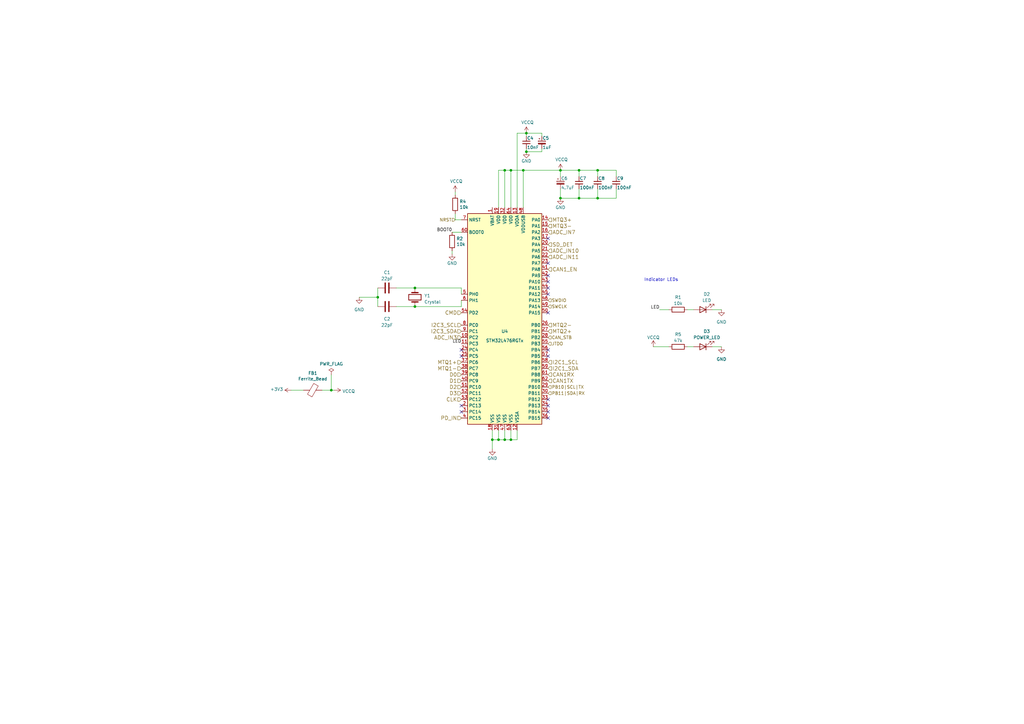
<source format=kicad_sch>
(kicad_sch (version 20230121) (generator eeschema)

  (uuid 7246f14f-6664-4a3e-9491-f0fd2a5b4090)

  (paper "A3")

  (title_block
    (title "PQ9ISH COMMS V/U")
    (date "2022-09-30")
    (rev "${version}")
    (company "Libre Space Foundation")
    (comment 1 " CERN OHLv1.2")
  )

  (lib_symbols
    (symbol "Device:C" (pin_numbers hide) (pin_names (offset 0.254)) (in_bom yes) (on_board yes)
      (property "Reference" "C" (at 0.635 2.54 0)
        (effects (font (size 1.27 1.27)) (justify left))
      )
      (property "Value" "C" (at 0.635 -2.54 0)
        (effects (font (size 1.27 1.27)) (justify left))
      )
      (property "Footprint" "" (at 0.9652 -3.81 0)
        (effects (font (size 1.27 1.27)) hide)
      )
      (property "Datasheet" "~" (at 0 0 0)
        (effects (font (size 1.27 1.27)) hide)
      )
      (property "ki_keywords" "cap capacitor" (at 0 0 0)
        (effects (font (size 1.27 1.27)) hide)
      )
      (property "ki_description" "Unpolarized capacitor" (at 0 0 0)
        (effects (font (size 1.27 1.27)) hide)
      )
      (property "ki_fp_filters" "C_*" (at 0 0 0)
        (effects (font (size 1.27 1.27)) hide)
      )
      (symbol "C_0_1"
        (polyline
          (pts
            (xy -2.032 -0.762)
            (xy 2.032 -0.762)
          )
          (stroke (width 0.508) (type default))
          (fill (type none))
        )
        (polyline
          (pts
            (xy -2.032 0.762)
            (xy 2.032 0.762)
          )
          (stroke (width 0.508) (type default))
          (fill (type none))
        )
      )
      (symbol "C_1_1"
        (pin passive line (at 0 3.81 270) (length 2.794)
          (name "~" (effects (font (size 1.27 1.27))))
          (number "1" (effects (font (size 1.27 1.27))))
        )
        (pin passive line (at 0 -3.81 90) (length 2.794)
          (name "~" (effects (font (size 1.27 1.27))))
          (number "2" (effects (font (size 1.27 1.27))))
        )
      )
    )
    (symbol "Device:C_Polarized_Small" (pin_numbers hide) (pin_names (offset 0.254) hide) (in_bom yes) (on_board yes)
      (property "Reference" "C" (at 0.254 1.778 0)
        (effects (font (size 1.27 1.27)) (justify left))
      )
      (property "Value" "C_Polarized_Small" (at 0.254 -2.032 0)
        (effects (font (size 1.27 1.27)) (justify left))
      )
      (property "Footprint" "" (at 0 0 0)
        (effects (font (size 1.27 1.27)) hide)
      )
      (property "Datasheet" "~" (at 0 0 0)
        (effects (font (size 1.27 1.27)) hide)
      )
      (property "ki_keywords" "cap capacitor" (at 0 0 0)
        (effects (font (size 1.27 1.27)) hide)
      )
      (property "ki_description" "Polarized capacitor, small symbol" (at 0 0 0)
        (effects (font (size 1.27 1.27)) hide)
      )
      (property "ki_fp_filters" "CP_*" (at 0 0 0)
        (effects (font (size 1.27 1.27)) hide)
      )
      (symbol "C_Polarized_Small_0_1"
        (rectangle (start -1.524 -0.3048) (end 1.524 -0.6858)
          (stroke (width 0) (type default))
          (fill (type outline))
        )
        (rectangle (start -1.524 0.6858) (end 1.524 0.3048)
          (stroke (width 0) (type default))
          (fill (type none))
        )
        (polyline
          (pts
            (xy -1.27 1.524)
            (xy -0.762 1.524)
          )
          (stroke (width 0) (type default))
          (fill (type none))
        )
        (polyline
          (pts
            (xy -1.016 1.27)
            (xy -1.016 1.778)
          )
          (stroke (width 0) (type default))
          (fill (type none))
        )
      )
      (symbol "C_Polarized_Small_1_1"
        (pin passive line (at 0 2.54 270) (length 1.8542)
          (name "~" (effects (font (size 1.27 1.27))))
          (number "1" (effects (font (size 1.27 1.27))))
        )
        (pin passive line (at 0 -2.54 90) (length 1.8542)
          (name "~" (effects (font (size 1.27 1.27))))
          (number "2" (effects (font (size 1.27 1.27))))
        )
      )
    )
    (symbol "Device:C_Small" (pin_numbers hide) (pin_names (offset 0.254) hide) (in_bom yes) (on_board yes)
      (property "Reference" "C" (at 0.254 1.778 0)
        (effects (font (size 1.27 1.27)) (justify left))
      )
      (property "Value" "C_Small" (at 0.254 -2.032 0)
        (effects (font (size 1.27 1.27)) (justify left))
      )
      (property "Footprint" "" (at 0 0 0)
        (effects (font (size 1.27 1.27)) hide)
      )
      (property "Datasheet" "~" (at 0 0 0)
        (effects (font (size 1.27 1.27)) hide)
      )
      (property "ki_keywords" "capacitor cap" (at 0 0 0)
        (effects (font (size 1.27 1.27)) hide)
      )
      (property "ki_description" "Unpolarized capacitor, small symbol" (at 0 0 0)
        (effects (font (size 1.27 1.27)) hide)
      )
      (property "ki_fp_filters" "C_*" (at 0 0 0)
        (effects (font (size 1.27 1.27)) hide)
      )
      (symbol "C_Small_0_1"
        (polyline
          (pts
            (xy -1.524 -0.508)
            (xy 1.524 -0.508)
          )
          (stroke (width 0.3302) (type default))
          (fill (type none))
        )
        (polyline
          (pts
            (xy -1.524 0.508)
            (xy 1.524 0.508)
          )
          (stroke (width 0.3048) (type default))
          (fill (type none))
        )
      )
      (symbol "C_Small_1_1"
        (pin passive line (at 0 2.54 270) (length 2.032)
          (name "~" (effects (font (size 1.27 1.27))))
          (number "1" (effects (font (size 1.27 1.27))))
        )
        (pin passive line (at 0 -2.54 90) (length 2.032)
          (name "~" (effects (font (size 1.27 1.27))))
          (number "2" (effects (font (size 1.27 1.27))))
        )
      )
    )
    (symbol "Device:Crystal" (pin_numbers hide) (pin_names (offset 1.016) hide) (in_bom yes) (on_board yes)
      (property "Reference" "Y" (at 0 3.81 0)
        (effects (font (size 1.27 1.27)))
      )
      (property "Value" "Crystal" (at 0 -3.81 0)
        (effects (font (size 1.27 1.27)))
      )
      (property "Footprint" "" (at 0 0 0)
        (effects (font (size 1.27 1.27)) hide)
      )
      (property "Datasheet" "~" (at 0 0 0)
        (effects (font (size 1.27 1.27)) hide)
      )
      (property "ki_keywords" "quartz ceramic resonator oscillator" (at 0 0 0)
        (effects (font (size 1.27 1.27)) hide)
      )
      (property "ki_description" "Two pin crystal" (at 0 0 0)
        (effects (font (size 1.27 1.27)) hide)
      )
      (property "ki_fp_filters" "Crystal*" (at 0 0 0)
        (effects (font (size 1.27 1.27)) hide)
      )
      (symbol "Crystal_0_1"
        (rectangle (start -1.143 2.54) (end 1.143 -2.54)
          (stroke (width 0.3048) (type default))
          (fill (type none))
        )
        (polyline
          (pts
            (xy -2.54 0)
            (xy -1.905 0)
          )
          (stroke (width 0) (type default))
          (fill (type none))
        )
        (polyline
          (pts
            (xy -1.905 -1.27)
            (xy -1.905 1.27)
          )
          (stroke (width 0.508) (type default))
          (fill (type none))
        )
        (polyline
          (pts
            (xy 1.905 -1.27)
            (xy 1.905 1.27)
          )
          (stroke (width 0.508) (type default))
          (fill (type none))
        )
        (polyline
          (pts
            (xy 2.54 0)
            (xy 1.905 0)
          )
          (stroke (width 0) (type default))
          (fill (type none))
        )
      )
      (symbol "Crystal_1_1"
        (pin passive line (at -3.81 0 0) (length 1.27)
          (name "1" (effects (font (size 1.27 1.27))))
          (number "1" (effects (font (size 1.27 1.27))))
        )
        (pin passive line (at 3.81 0 180) (length 1.27)
          (name "2" (effects (font (size 1.27 1.27))))
          (number "2" (effects (font (size 1.27 1.27))))
        )
      )
    )
    (symbol "Device:FerriteBead" (pin_numbers hide) (pin_names (offset 0)) (in_bom yes) (on_board yes)
      (property "Reference" "FB" (at -3.81 0.635 90)
        (effects (font (size 1.27 1.27)))
      )
      (property "Value" "FerriteBead" (at 3.81 0 90)
        (effects (font (size 1.27 1.27)))
      )
      (property "Footprint" "" (at -1.778 0 90)
        (effects (font (size 1.27 1.27)) hide)
      )
      (property "Datasheet" "~" (at 0 0 0)
        (effects (font (size 1.27 1.27)) hide)
      )
      (property "ki_keywords" "L ferrite bead inductor filter" (at 0 0 0)
        (effects (font (size 1.27 1.27)) hide)
      )
      (property "ki_description" "Ferrite bead" (at 0 0 0)
        (effects (font (size 1.27 1.27)) hide)
      )
      (property "ki_fp_filters" "Inductor_* L_* *Ferrite*" (at 0 0 0)
        (effects (font (size 1.27 1.27)) hide)
      )
      (symbol "FerriteBead_0_1"
        (polyline
          (pts
            (xy 0 -1.27)
            (xy 0 -1.2192)
          )
          (stroke (width 0) (type default))
          (fill (type none))
        )
        (polyline
          (pts
            (xy 0 1.27)
            (xy 0 1.2954)
          )
          (stroke (width 0) (type default))
          (fill (type none))
        )
        (polyline
          (pts
            (xy -2.7686 0.4064)
            (xy -1.7018 2.2606)
            (xy 2.7686 -0.3048)
            (xy 1.6764 -2.159)
            (xy -2.7686 0.4064)
          )
          (stroke (width 0) (type default))
          (fill (type none))
        )
      )
      (symbol "FerriteBead_1_1"
        (pin passive line (at 0 3.81 270) (length 2.54)
          (name "~" (effects (font (size 1.27 1.27))))
          (number "1" (effects (font (size 1.27 1.27))))
        )
        (pin passive line (at 0 -3.81 90) (length 2.54)
          (name "~" (effects (font (size 1.27 1.27))))
          (number "2" (effects (font (size 1.27 1.27))))
        )
      )
    )
    (symbol "Device:LED" (pin_numbers hide) (pin_names (offset 1.016) hide) (in_bom yes) (on_board yes)
      (property "Reference" "D" (at 0 2.54 0)
        (effects (font (size 1.27 1.27)))
      )
      (property "Value" "LED" (at 0 -2.54 0)
        (effects (font (size 1.27 1.27)))
      )
      (property "Footprint" "" (at 0 0 0)
        (effects (font (size 1.27 1.27)) hide)
      )
      (property "Datasheet" "~" (at 0 0 0)
        (effects (font (size 1.27 1.27)) hide)
      )
      (property "ki_keywords" "LED diode" (at 0 0 0)
        (effects (font (size 1.27 1.27)) hide)
      )
      (property "ki_description" "Light emitting diode" (at 0 0 0)
        (effects (font (size 1.27 1.27)) hide)
      )
      (property "ki_fp_filters" "LED* LED_SMD:* LED_THT:*" (at 0 0 0)
        (effects (font (size 1.27 1.27)) hide)
      )
      (symbol "LED_0_1"
        (polyline
          (pts
            (xy -1.27 -1.27)
            (xy -1.27 1.27)
          )
          (stroke (width 0.254) (type default))
          (fill (type none))
        )
        (polyline
          (pts
            (xy -1.27 0)
            (xy 1.27 0)
          )
          (stroke (width 0) (type default))
          (fill (type none))
        )
        (polyline
          (pts
            (xy 1.27 -1.27)
            (xy 1.27 1.27)
            (xy -1.27 0)
            (xy 1.27 -1.27)
          )
          (stroke (width 0.254) (type default))
          (fill (type none))
        )
        (polyline
          (pts
            (xy -3.048 -0.762)
            (xy -4.572 -2.286)
            (xy -3.81 -2.286)
            (xy -4.572 -2.286)
            (xy -4.572 -1.524)
          )
          (stroke (width 0) (type default))
          (fill (type none))
        )
        (polyline
          (pts
            (xy -1.778 -0.762)
            (xy -3.302 -2.286)
            (xy -2.54 -2.286)
            (xy -3.302 -2.286)
            (xy -3.302 -1.524)
          )
          (stroke (width 0) (type default))
          (fill (type none))
        )
      )
      (symbol "LED_1_1"
        (pin passive line (at -3.81 0 0) (length 2.54)
          (name "K" (effects (font (size 1.27 1.27))))
          (number "1" (effects (font (size 1.27 1.27))))
        )
        (pin passive line (at 3.81 0 180) (length 2.54)
          (name "A" (effects (font (size 1.27 1.27))))
          (number "2" (effects (font (size 1.27 1.27))))
        )
      )
    )
    (symbol "Device:R" (pin_numbers hide) (pin_names (offset 0)) (in_bom yes) (on_board yes)
      (property "Reference" "R" (at 2.032 0 90)
        (effects (font (size 1.27 1.27)))
      )
      (property "Value" "R" (at 0 0 90)
        (effects (font (size 1.27 1.27)))
      )
      (property "Footprint" "" (at -1.778 0 90)
        (effects (font (size 1.27 1.27)) hide)
      )
      (property "Datasheet" "~" (at 0 0 0)
        (effects (font (size 1.27 1.27)) hide)
      )
      (property "ki_keywords" "R res resistor" (at 0 0 0)
        (effects (font (size 1.27 1.27)) hide)
      )
      (property "ki_description" "Resistor" (at 0 0 0)
        (effects (font (size 1.27 1.27)) hide)
      )
      (property "ki_fp_filters" "R_*" (at 0 0 0)
        (effects (font (size 1.27 1.27)) hide)
      )
      (symbol "R_0_1"
        (rectangle (start -1.016 -2.54) (end 1.016 2.54)
          (stroke (width 0.254) (type default))
          (fill (type none))
        )
      )
      (symbol "R_1_1"
        (pin passive line (at 0 3.81 270) (length 1.27)
          (name "~" (effects (font (size 1.27 1.27))))
          (number "1" (effects (font (size 1.27 1.27))))
        )
        (pin passive line (at 0 -3.81 90) (length 1.27)
          (name "~" (effects (font (size 1.27 1.27))))
          (number "2" (effects (font (size 1.27 1.27))))
        )
      )
    )
    (symbol "GND_1" (power) (pin_names (offset 0)) (in_bom yes) (on_board yes)
      (property "Reference" "#PWR" (at 0 -6.35 0)
        (effects (font (size 1.27 1.27)) hide)
      )
      (property "Value" "GND_1" (at 0 -3.81 0)
        (effects (font (size 1.27 1.27)))
      )
      (property "Footprint" "" (at 0 0 0)
        (effects (font (size 1.27 1.27)) hide)
      )
      (property "Datasheet" "" (at 0 0 0)
        (effects (font (size 1.27 1.27)) hide)
      )
      (property "ki_keywords" "global power" (at 0 0 0)
        (effects (font (size 1.27 1.27)) hide)
      )
      (property "ki_description" "Power symbol creates a global label with name \"GND\" , ground" (at 0 0 0)
        (effects (font (size 1.27 1.27)) hide)
      )
      (symbol "GND_1_0_1"
        (polyline
          (pts
            (xy 0 0)
            (xy 0 -1.27)
            (xy 1.27 -1.27)
            (xy 0 -2.54)
            (xy -1.27 -1.27)
            (xy 0 -1.27)
          )
          (stroke (width 0) (type default))
          (fill (type none))
        )
      )
      (symbol "GND_1_1_1"
        (pin power_in line (at 0 0 270) (length 0) hide
          (name "GND" (effects (font (size 1.27 1.27))))
          (number "1" (effects (font (size 1.27 1.27))))
        )
      )
    )
    (symbol "GND_2" (power) (pin_names (offset 0)) (in_bom yes) (on_board yes)
      (property "Reference" "#PWR" (at 0 -6.35 0)
        (effects (font (size 1.27 1.27)) hide)
      )
      (property "Value" "GND_2" (at 0 -3.81 0)
        (effects (font (size 1.27 1.27)))
      )
      (property "Footprint" "" (at 0 0 0)
        (effects (font (size 1.27 1.27)) hide)
      )
      (property "Datasheet" "" (at 0 0 0)
        (effects (font (size 1.27 1.27)) hide)
      )
      (property "ki_keywords" "global power" (at 0 0 0)
        (effects (font (size 1.27 1.27)) hide)
      )
      (property "ki_description" "Power symbol creates a global label with name \"GND\" , ground" (at 0 0 0)
        (effects (font (size 1.27 1.27)) hide)
      )
      (symbol "GND_2_0_1"
        (polyline
          (pts
            (xy 0 0)
            (xy 0 -1.27)
            (xy 1.27 -1.27)
            (xy 0 -2.54)
            (xy -1.27 -1.27)
            (xy 0 -1.27)
          )
          (stroke (width 0) (type default))
          (fill (type none))
        )
      )
      (symbol "GND_2_1_1"
        (pin power_in line (at 0 0 270) (length 0) hide
          (name "GND" (effects (font (size 1.27 1.27))))
          (number "1" (effects (font (size 1.27 1.27))))
        )
      )
    )
    (symbol "MCU_ST_STM32L4:STM32L476RGTx" (in_bom yes) (on_board yes)
      (property "Reference" "U" (at -15.24 44.45 0)
        (effects (font (size 1.27 1.27)) (justify left))
      )
      (property "Value" "STM32L476RGTx" (at 10.16 44.45 0)
        (effects (font (size 1.27 1.27)) (justify left))
      )
      (property "Footprint" "Package_QFP:LQFP-64_10x10mm_P0.5mm" (at -15.24 -43.18 0)
        (effects (font (size 1.27 1.27)) (justify right) hide)
      )
      (property "Datasheet" "http://www.st.com/st-web-ui/static/active/en/resource/technical/document/datasheet/DM00108832.pdf" (at 0 0 0)
        (effects (font (size 1.27 1.27)) hide)
      )
      (property "ki_keywords" "ARM Cortex-M4 STM32L4 STM32L4x6" (at 0 0 0)
        (effects (font (size 1.27 1.27)) hide)
      )
      (property "ki_description" "ARM Cortex-M4 MCU, 1024KB flash, 128KB RAM, 80MHz, 1.71-3.6V, 51 GPIO, LQFP-64" (at 0 0 0)
        (effects (font (size 1.27 1.27)) hide)
      )
      (property "ki_fp_filters" "LQFP*10x10mm*P0.5mm*" (at 0 0 0)
        (effects (font (size 1.27 1.27)) hide)
      )
      (symbol "STM32L476RGTx_0_1"
        (rectangle (start -15.24 -43.18) (end 15.24 43.18)
          (stroke (width 0.254) (type default))
          (fill (type background))
        )
      )
      (symbol "STM32L476RGTx_1_1"
        (pin power_in line (at -5.08 45.72 270) (length 2.54)
          (name "VBAT" (effects (font (size 1.27 1.27))))
          (number "1" (effects (font (size 1.27 1.27))))
        )
        (pin bidirectional line (at -17.78 -7.62 0) (length 2.54)
          (name "PC2" (effects (font (size 1.27 1.27))))
          (number "10" (effects (font (size 1.27 1.27))))
        )
        (pin bidirectional line (at -17.78 -10.16 0) (length 2.54)
          (name "PC3" (effects (font (size 1.27 1.27))))
          (number "11" (effects (font (size 1.27 1.27))))
        )
        (pin power_in line (at 5.08 -45.72 90) (length 2.54)
          (name "VSSA" (effects (font (size 1.27 1.27))))
          (number "12" (effects (font (size 1.27 1.27))))
        )
        (pin power_in line (at 5.08 45.72 270) (length 2.54)
          (name "VDDA" (effects (font (size 1.27 1.27))))
          (number "13" (effects (font (size 1.27 1.27))))
        )
        (pin bidirectional line (at 17.78 40.64 180) (length 2.54)
          (name "PA0" (effects (font (size 1.27 1.27))))
          (number "14" (effects (font (size 1.27 1.27))))
        )
        (pin bidirectional line (at 17.78 38.1 180) (length 2.54)
          (name "PA1" (effects (font (size 1.27 1.27))))
          (number "15" (effects (font (size 1.27 1.27))))
        )
        (pin bidirectional line (at 17.78 35.56 180) (length 2.54)
          (name "PA2" (effects (font (size 1.27 1.27))))
          (number "16" (effects (font (size 1.27 1.27))))
        )
        (pin bidirectional line (at 17.78 33.02 180) (length 2.54)
          (name "PA3" (effects (font (size 1.27 1.27))))
          (number "17" (effects (font (size 1.27 1.27))))
        )
        (pin power_in line (at -5.08 -45.72 90) (length 2.54)
          (name "VSS" (effects (font (size 1.27 1.27))))
          (number "18" (effects (font (size 1.27 1.27))))
        )
        (pin power_in line (at -2.54 45.72 270) (length 2.54)
          (name "VDD" (effects (font (size 1.27 1.27))))
          (number "19" (effects (font (size 1.27 1.27))))
        )
        (pin bidirectional line (at -17.78 -35.56 0) (length 2.54)
          (name "PC13" (effects (font (size 1.27 1.27))))
          (number "2" (effects (font (size 1.27 1.27))))
        )
        (pin bidirectional line (at 17.78 30.48 180) (length 2.54)
          (name "PA4" (effects (font (size 1.27 1.27))))
          (number "20" (effects (font (size 1.27 1.27))))
        )
        (pin bidirectional line (at 17.78 27.94 180) (length 2.54)
          (name "PA5" (effects (font (size 1.27 1.27))))
          (number "21" (effects (font (size 1.27 1.27))))
        )
        (pin bidirectional line (at 17.78 25.4 180) (length 2.54)
          (name "PA6" (effects (font (size 1.27 1.27))))
          (number "22" (effects (font (size 1.27 1.27))))
        )
        (pin bidirectional line (at 17.78 22.86 180) (length 2.54)
          (name "PA7" (effects (font (size 1.27 1.27))))
          (number "23" (effects (font (size 1.27 1.27))))
        )
        (pin bidirectional line (at -17.78 -12.7 0) (length 2.54)
          (name "PC4" (effects (font (size 1.27 1.27))))
          (number "24" (effects (font (size 1.27 1.27))))
        )
        (pin bidirectional line (at -17.78 -15.24 0) (length 2.54)
          (name "PC5" (effects (font (size 1.27 1.27))))
          (number "25" (effects (font (size 1.27 1.27))))
        )
        (pin bidirectional line (at 17.78 -2.54 180) (length 2.54)
          (name "PB0" (effects (font (size 1.27 1.27))))
          (number "26" (effects (font (size 1.27 1.27))))
        )
        (pin bidirectional line (at 17.78 -5.08 180) (length 2.54)
          (name "PB1" (effects (font (size 1.27 1.27))))
          (number "27" (effects (font (size 1.27 1.27))))
        )
        (pin bidirectional line (at 17.78 -7.62 180) (length 2.54)
          (name "PB2" (effects (font (size 1.27 1.27))))
          (number "28" (effects (font (size 1.27 1.27))))
        )
        (pin bidirectional line (at 17.78 -27.94 180) (length 2.54)
          (name "PB10" (effects (font (size 1.27 1.27))))
          (number "29" (effects (font (size 1.27 1.27))))
        )
        (pin bidirectional line (at -17.78 -38.1 0) (length 2.54)
          (name "PC14" (effects (font (size 1.27 1.27))))
          (number "3" (effects (font (size 1.27 1.27))))
        )
        (pin bidirectional line (at 17.78 -30.48 180) (length 2.54)
          (name "PB11" (effects (font (size 1.27 1.27))))
          (number "30" (effects (font (size 1.27 1.27))))
        )
        (pin power_in line (at -2.54 -45.72 90) (length 2.54)
          (name "VSS" (effects (font (size 1.27 1.27))))
          (number "31" (effects (font (size 1.27 1.27))))
        )
        (pin power_in line (at 0 45.72 270) (length 2.54)
          (name "VDD" (effects (font (size 1.27 1.27))))
          (number "32" (effects (font (size 1.27 1.27))))
        )
        (pin bidirectional line (at 17.78 -33.02 180) (length 2.54)
          (name "PB12" (effects (font (size 1.27 1.27))))
          (number "33" (effects (font (size 1.27 1.27))))
        )
        (pin bidirectional line (at 17.78 -35.56 180) (length 2.54)
          (name "PB13" (effects (font (size 1.27 1.27))))
          (number "34" (effects (font (size 1.27 1.27))))
        )
        (pin bidirectional line (at 17.78 -38.1 180) (length 2.54)
          (name "PB14" (effects (font (size 1.27 1.27))))
          (number "35" (effects (font (size 1.27 1.27))))
        )
        (pin bidirectional line (at 17.78 -40.64 180) (length 2.54)
          (name "PB15" (effects (font (size 1.27 1.27))))
          (number "36" (effects (font (size 1.27 1.27))))
        )
        (pin bidirectional line (at -17.78 -17.78 0) (length 2.54)
          (name "PC6" (effects (font (size 1.27 1.27))))
          (number "37" (effects (font (size 1.27 1.27))))
        )
        (pin bidirectional line (at -17.78 -20.32 0) (length 2.54)
          (name "PC7" (effects (font (size 1.27 1.27))))
          (number "38" (effects (font (size 1.27 1.27))))
        )
        (pin bidirectional line (at -17.78 -22.86 0) (length 2.54)
          (name "PC8" (effects (font (size 1.27 1.27))))
          (number "39" (effects (font (size 1.27 1.27))))
        )
        (pin bidirectional line (at -17.78 -40.64 0) (length 2.54)
          (name "PC15" (effects (font (size 1.27 1.27))))
          (number "4" (effects (font (size 1.27 1.27))))
        )
        (pin bidirectional line (at -17.78 -25.4 0) (length 2.54)
          (name "PC9" (effects (font (size 1.27 1.27))))
          (number "40" (effects (font (size 1.27 1.27))))
        )
        (pin bidirectional line (at 17.78 20.32 180) (length 2.54)
          (name "PA8" (effects (font (size 1.27 1.27))))
          (number "41" (effects (font (size 1.27 1.27))))
        )
        (pin bidirectional line (at 17.78 17.78 180) (length 2.54)
          (name "PA9" (effects (font (size 1.27 1.27))))
          (number "42" (effects (font (size 1.27 1.27))))
        )
        (pin bidirectional line (at 17.78 15.24 180) (length 2.54)
          (name "PA10" (effects (font (size 1.27 1.27))))
          (number "43" (effects (font (size 1.27 1.27))))
        )
        (pin bidirectional line (at 17.78 12.7 180) (length 2.54)
          (name "PA11" (effects (font (size 1.27 1.27))))
          (number "44" (effects (font (size 1.27 1.27))))
        )
        (pin bidirectional line (at 17.78 10.16 180) (length 2.54)
          (name "PA12" (effects (font (size 1.27 1.27))))
          (number "45" (effects (font (size 1.27 1.27))))
        )
        (pin bidirectional line (at 17.78 7.62 180) (length 2.54)
          (name "PA13" (effects (font (size 1.27 1.27))))
          (number "46" (effects (font (size 1.27 1.27))))
        )
        (pin power_in line (at 0 -45.72 90) (length 2.54)
          (name "VSS" (effects (font (size 1.27 1.27))))
          (number "47" (effects (font (size 1.27 1.27))))
        )
        (pin power_in line (at 7.62 45.72 270) (length 2.54)
          (name "VDDUSB" (effects (font (size 1.27 1.27))))
          (number "48" (effects (font (size 1.27 1.27))))
        )
        (pin bidirectional line (at 17.78 5.08 180) (length 2.54)
          (name "PA14" (effects (font (size 1.27 1.27))))
          (number "49" (effects (font (size 1.27 1.27))))
        )
        (pin input line (at -17.78 10.16 0) (length 2.54)
          (name "PH0" (effects (font (size 1.27 1.27))))
          (number "5" (effects (font (size 1.27 1.27))))
        )
        (pin bidirectional line (at 17.78 2.54 180) (length 2.54)
          (name "PA15" (effects (font (size 1.27 1.27))))
          (number "50" (effects (font (size 1.27 1.27))))
        )
        (pin bidirectional line (at -17.78 -27.94 0) (length 2.54)
          (name "PC10" (effects (font (size 1.27 1.27))))
          (number "51" (effects (font (size 1.27 1.27))))
        )
        (pin bidirectional line (at -17.78 -30.48 0) (length 2.54)
          (name "PC11" (effects (font (size 1.27 1.27))))
          (number "52" (effects (font (size 1.27 1.27))))
        )
        (pin bidirectional line (at -17.78 -33.02 0) (length 2.54)
          (name "PC12" (effects (font (size 1.27 1.27))))
          (number "53" (effects (font (size 1.27 1.27))))
        )
        (pin bidirectional line (at -17.78 2.54 0) (length 2.54)
          (name "PD2" (effects (font (size 1.27 1.27))))
          (number "54" (effects (font (size 1.27 1.27))))
        )
        (pin bidirectional line (at 17.78 -10.16 180) (length 2.54)
          (name "PB3" (effects (font (size 1.27 1.27))))
          (number "55" (effects (font (size 1.27 1.27))))
        )
        (pin bidirectional line (at 17.78 -12.7 180) (length 2.54)
          (name "PB4" (effects (font (size 1.27 1.27))))
          (number "56" (effects (font (size 1.27 1.27))))
        )
        (pin bidirectional line (at 17.78 -15.24 180) (length 2.54)
          (name "PB5" (effects (font (size 1.27 1.27))))
          (number "57" (effects (font (size 1.27 1.27))))
        )
        (pin bidirectional line (at 17.78 -17.78 180) (length 2.54)
          (name "PB6" (effects (font (size 1.27 1.27))))
          (number "58" (effects (font (size 1.27 1.27))))
        )
        (pin bidirectional line (at 17.78 -20.32 180) (length 2.54)
          (name "PB7" (effects (font (size 1.27 1.27))))
          (number "59" (effects (font (size 1.27 1.27))))
        )
        (pin input line (at -17.78 7.62 0) (length 2.54)
          (name "PH1" (effects (font (size 1.27 1.27))))
          (number "6" (effects (font (size 1.27 1.27))))
        )
        (pin input line (at -17.78 35.56 0) (length 2.54)
          (name "BOOT0" (effects (font (size 1.27 1.27))))
          (number "60" (effects (font (size 1.27 1.27))))
        )
        (pin bidirectional line (at 17.78 -22.86 180) (length 2.54)
          (name "PB8" (effects (font (size 1.27 1.27))))
          (number "61" (effects (font (size 1.27 1.27))))
        )
        (pin bidirectional line (at 17.78 -25.4 180) (length 2.54)
          (name "PB9" (effects (font (size 1.27 1.27))))
          (number "62" (effects (font (size 1.27 1.27))))
        )
        (pin power_in line (at 2.54 -45.72 90) (length 2.54)
          (name "VSS" (effects (font (size 1.27 1.27))))
          (number "63" (effects (font (size 1.27 1.27))))
        )
        (pin power_in line (at 2.54 45.72 270) (length 2.54)
          (name "VDD" (effects (font (size 1.27 1.27))))
          (number "64" (effects (font (size 1.27 1.27))))
        )
        (pin input line (at -17.78 40.64 0) (length 2.54)
          (name "NRST" (effects (font (size 1.27 1.27))))
          (number "7" (effects (font (size 1.27 1.27))))
        )
        (pin bidirectional line (at -17.78 -2.54 0) (length 2.54)
          (name "PC0" (effects (font (size 1.27 1.27))))
          (number "8" (effects (font (size 1.27 1.27))))
        )
        (pin bidirectional line (at -17.78 -5.08 0) (length 2.54)
          (name "PC1" (effects (font (size 1.27 1.27))))
          (number "9" (effects (font (size 1.27 1.27))))
        )
      )
    )
    (symbol "power:+3.3V" (power) (pin_names (offset 0)) (in_bom yes) (on_board yes)
      (property "Reference" "#PWR" (at 0 -3.81 0)
        (effects (font (size 1.27 1.27)) hide)
      )
      (property "Value" "+3.3V" (at 0 3.556 0)
        (effects (font (size 1.27 1.27)))
      )
      (property "Footprint" "" (at 0 0 0)
        (effects (font (size 1.27 1.27)) hide)
      )
      (property "Datasheet" "" (at 0 0 0)
        (effects (font (size 1.27 1.27)) hide)
      )
      (property "ki_keywords" "power-flag" (at 0 0 0)
        (effects (font (size 1.27 1.27)) hide)
      )
      (property "ki_description" "Power symbol creates a global label with name \"+3.3V\"" (at 0 0 0)
        (effects (font (size 1.27 1.27)) hide)
      )
      (symbol "+3.3V_0_1"
        (polyline
          (pts
            (xy -0.762 1.27)
            (xy 0 2.54)
          )
          (stroke (width 0) (type default))
          (fill (type none))
        )
        (polyline
          (pts
            (xy 0 0)
            (xy 0 2.54)
          )
          (stroke (width 0) (type default))
          (fill (type none))
        )
        (polyline
          (pts
            (xy 0 2.54)
            (xy 0.762 1.27)
          )
          (stroke (width 0) (type default))
          (fill (type none))
        )
      )
      (symbol "+3.3V_1_1"
        (pin power_in line (at 0 0 90) (length 0) hide
          (name "+3V3" (effects (font (size 1.27 1.27))))
          (number "1" (effects (font (size 1.27 1.27))))
        )
      )
    )
    (symbol "power:GND" (power) (pin_names (offset 0)) (in_bom yes) (on_board yes)
      (property "Reference" "#PWR" (at 0 -6.35 0)
        (effects (font (size 1.27 1.27)) hide)
      )
      (property "Value" "GND" (at 0 -3.81 0)
        (effects (font (size 1.27 1.27)))
      )
      (property "Footprint" "" (at 0 0 0)
        (effects (font (size 1.27 1.27)) hide)
      )
      (property "Datasheet" "" (at 0 0 0)
        (effects (font (size 1.27 1.27)) hide)
      )
      (property "ki_keywords" "power-flag" (at 0 0 0)
        (effects (font (size 1.27 1.27)) hide)
      )
      (property "ki_description" "Power symbol creates a global label with name \"GND\" , ground" (at 0 0 0)
        (effects (font (size 1.27 1.27)) hide)
      )
      (symbol "GND_0_1"
        (polyline
          (pts
            (xy 0 0)
            (xy 0 -1.27)
            (xy 1.27 -1.27)
            (xy 0 -2.54)
            (xy -1.27 -1.27)
            (xy 0 -1.27)
          )
          (stroke (width 0) (type default))
          (fill (type none))
        )
      )
      (symbol "GND_1_1"
        (pin power_in line (at 0 0 270) (length 0) hide
          (name "GND" (effects (font (size 1.27 1.27))))
          (number "1" (effects (font (size 1.27 1.27))))
        )
      )
    )
    (symbol "power:PWR_FLAG" (power) (pin_numbers hide) (pin_names (offset 0) hide) (in_bom yes) (on_board yes)
      (property "Reference" "#FLG" (at 0 1.905 0)
        (effects (font (size 1.27 1.27)) hide)
      )
      (property "Value" "PWR_FLAG" (at 0 3.81 0)
        (effects (font (size 1.27 1.27)))
      )
      (property "Footprint" "" (at 0 0 0)
        (effects (font (size 1.27 1.27)) hide)
      )
      (property "Datasheet" "~" (at 0 0 0)
        (effects (font (size 1.27 1.27)) hide)
      )
      (property "ki_keywords" "power-flag" (at 0 0 0)
        (effects (font (size 1.27 1.27)) hide)
      )
      (property "ki_description" "Special symbol for telling ERC where power comes from" (at 0 0 0)
        (effects (font (size 1.27 1.27)) hide)
      )
      (symbol "PWR_FLAG_0_0"
        (pin power_out line (at 0 0 90) (length 0)
          (name "pwr" (effects (font (size 1.27 1.27))))
          (number "1" (effects (font (size 1.27 1.27))))
        )
      )
      (symbol "PWR_FLAG_0_1"
        (polyline
          (pts
            (xy 0 0)
            (xy 0 1.27)
            (xy -1.016 1.905)
            (xy 0 2.54)
            (xy 1.016 1.905)
            (xy 0 1.27)
          )
          (stroke (width 0) (type default))
          (fill (type none))
        )
      )
    )
    (symbol "power:VCCQ" (power) (pin_names (offset 0)) (in_bom yes) (on_board yes)
      (property "Reference" "#PWR" (at 0 -3.81 0)
        (effects (font (size 1.27 1.27)) hide)
      )
      (property "Value" "VCCQ" (at 0 3.81 0)
        (effects (font (size 1.27 1.27)))
      )
      (property "Footprint" "" (at 0 0 0)
        (effects (font (size 1.27 1.27)) hide)
      )
      (property "Datasheet" "" (at 0 0 0)
        (effects (font (size 1.27 1.27)) hide)
      )
      (property "ki_keywords" "power-flag" (at 0 0 0)
        (effects (font (size 1.27 1.27)) hide)
      )
      (property "ki_description" "Power symbol creates a global label with name \"VCCQ\"" (at 0 0 0)
        (effects (font (size 1.27 1.27)) hide)
      )
      (symbol "VCCQ_0_1"
        (polyline
          (pts
            (xy -0.762 1.27)
            (xy 0 2.54)
          )
          (stroke (width 0) (type default))
          (fill (type none))
        )
        (polyline
          (pts
            (xy 0 0)
            (xy 0 2.54)
          )
          (stroke (width 0) (type default))
          (fill (type none))
        )
        (polyline
          (pts
            (xy 0 2.54)
            (xy 0.762 1.27)
          )
          (stroke (width 0) (type default))
          (fill (type none))
        )
      )
      (symbol "VCCQ_1_1"
        (pin power_in line (at 0 0 90) (length 0) hide
          (name "VCCQ" (effects (font (size 1.27 1.27))))
          (number "1" (effects (font (size 1.27 1.27))))
        )
      )
    )
  )

  (junction (at 245.11 69.85) (diameter 0) (color 0 0 0 0)
    (uuid 045ddffc-4824-4693-8ac3-c864dcd2cbdc)
  )
  (junction (at 204.47 180.34) (diameter 0) (color 0 0 0 0)
    (uuid 2663de1d-7ca4-4576-b3a7-55b280778e98)
  )
  (junction (at 215.9 62.23) (diameter 0) (color 0 0 0 0)
    (uuid 2bc493a7-ae78-4700-9d0a-e3e82233267b)
  )
  (junction (at 201.93 180.34) (diameter 0) (color 0 0 0 0)
    (uuid 2e224422-5949-4580-946d-d03116ec357d)
  )
  (junction (at 215.9 54.61) (diameter 0) (color 0 0 0 0)
    (uuid 382d94e4-04a4-4cbd-8e5a-bad4cca86c20)
  )
  (junction (at 229.87 69.85) (diameter 0) (color 0 0 0 0)
    (uuid 4c52bb8d-db5c-4f94-bd72-95b57e3f6ca4)
  )
  (junction (at 209.55 69.85) (diameter 0) (color 0 0 0 0)
    (uuid 543834e4-beed-47e0-8a83-020532e7fb22)
  )
  (junction (at 207.01 69.85) (diameter 0) (color 0 0 0 0)
    (uuid 710a6132-99b9-4f3a-9f11-ca148e1ef298)
  )
  (junction (at 229.87 81.28) (diameter 0) (color 0 0 0 0)
    (uuid 72bdc28e-09fc-4d45-a7a6-a01ef63c3105)
  )
  (junction (at 170.18 118.11) (diameter 0) (color 0 0 0 0)
    (uuid 8740275b-fa6f-4caf-9177-c62af77066ee)
  )
  (junction (at 214.63 69.85) (diameter 0) (color 0 0 0 0)
    (uuid a7ea69e1-7de4-49a8-a443-ac3e96991b44)
  )
  (junction (at 237.49 81.28) (diameter 0) (color 0 0 0 0)
    (uuid c73995bd-b1f4-40e2-8d1c-cd781b6b92a1)
  )
  (junction (at 135.89 160.02) (diameter 0) (color 0 0 0 0)
    (uuid cd0d22aa-fed2-4a78-94db-02f8b6df0396)
  )
  (junction (at 207.01 180.34) (diameter 0) (color 0 0 0 0)
    (uuid d9d0f9a9-81ce-482d-a1da-9de167265e3b)
  )
  (junction (at 154.94 121.92) (diameter 0) (color 0 0 0 0)
    (uuid dcc335aa-85c3-4dfb-b83e-b6b49d0a678a)
  )
  (junction (at 209.55 180.34) (diameter 0) (color 0 0 0 0)
    (uuid deae1bb2-06b1-4623-a5bb-d849070c0fb9)
  )
  (junction (at 170.18 125.73) (diameter 0) (color 0 0 0 0)
    (uuid e5abc3c9-dd2a-4dcf-92a6-8608c6f3256f)
  )
  (junction (at 245.11 81.28) (diameter 0) (color 0 0 0 0)
    (uuid fabcd29b-6983-484d-bd01-035d98866bfa)
  )
  (junction (at 237.49 69.85) (diameter 0) (color 0 0 0 0)
    (uuid face5467-f98e-45ed-a985-1d2bcf809a79)
  )

  (no_connect (at 224.79 143.51) (uuid 0408ae85-2f9c-482d-b066-e7d38f17ab77))
  (no_connect (at 224.79 168.91) (uuid 117d1b73-f3fe-452a-9c39-080f8480db8b))
  (no_connect (at 189.23 146.05) (uuid 1b54af09-4336-499d-b41b-f7f1ff90a5de))
  (no_connect (at 224.79 146.05) (uuid 32a35a54-0e43-4b60-a959-c6a8338e5f1f))
  (no_connect (at 224.79 113.03) (uuid 43b2227c-d40f-458c-b17f-ccef00e459aa))
  (no_connect (at 224.79 128.27) (uuid 47653231-557f-452b-a001-5b57f2f773a2))
  (no_connect (at 189.23 168.91) (uuid 54b335ff-bebd-4fc4-a153-b2b5a7cde44b))
  (no_connect (at 189.23 143.51) (uuid 6abbe7e5-1d30-4610-a1f3-65226f21bc86))
  (no_connect (at 224.79 171.45) (uuid 7dfdf901-9814-4422-9314-d5cb51b3cd98))
  (no_connect (at 224.79 118.11) (uuid 9768437d-ae38-4b95-ad91-98999654c104))
  (no_connect (at 224.79 115.57) (uuid 97e13acd-6a30-473c-9f47-262f128eab5b))
  (no_connect (at 224.79 163.83) (uuid 9a15777f-e522-447a-8825-d43829d8802e))
  (no_connect (at 224.79 97.79) (uuid bac194af-616a-4216-a946-848484f7106f))
  (no_connect (at 189.23 166.37) (uuid be1157cd-69b9-4bc4-b810-43eac3f9d72a))
  (no_connect (at 224.79 166.37) (uuid d57c06a7-2f26-4fc8-8703-a94edda8d0b3))
  (no_connect (at 224.79 107.95) (uuid da08c53f-40d9-498f-b48b-ac58f968778f))
  (no_connect (at 224.79 120.65) (uuid ffa4aae9-a0af-4b1b-ba7e-786ea38a834a))

  (wire (pts (xy 215.9 54.61) (xy 215.9 55.88))
    (stroke (width 0) (type default))
    (uuid 06fc24ee-f1d1-428e-ba6f-8bab818298f0)
  )
  (wire (pts (xy 162.56 118.11) (xy 170.18 118.11))
    (stroke (width 0) (type default))
    (uuid 0ceb61ab-8bf9-4bd1-bb31-e2c32682af93)
  )
  (wire (pts (xy 237.49 69.85) (xy 237.49 72.39))
    (stroke (width 0) (type default))
    (uuid 0e5027ef-3c56-4c71-a494-b2c3d20188ca)
  )
  (wire (pts (xy 204.47 180.34) (xy 204.47 176.53))
    (stroke (width 0) (type default))
    (uuid 2015dece-1c82-4e63-8118-ff649e2caaa6)
  )
  (wire (pts (xy 189.23 125.73) (xy 189.23 123.19))
    (stroke (width 0) (type default))
    (uuid 2326fa53-3be5-40bb-aef5-02218be5ec4d)
  )
  (wire (pts (xy 186.69 87.63) (xy 186.69 90.17))
    (stroke (width 0) (type default))
    (uuid 24a1a3ac-cf68-423c-88b4-3b5088ef005b)
  )
  (wire (pts (xy 237.49 77.47) (xy 237.49 81.28))
    (stroke (width 0) (type default))
    (uuid 24cf92f7-5092-42ff-b5e4-d8b5999e34c7)
  )
  (wire (pts (xy 135.89 160.02) (xy 137.16 160.02))
    (stroke (width 0) (type default))
    (uuid 2a2c89bc-19b3-4740-a71b-6cdd1b923030)
  )
  (wire (pts (xy 215.9 62.23) (xy 215.9 60.96))
    (stroke (width 0) (type default))
    (uuid 2a30a9bd-12b1-4cc4-9d2c-377244846f02)
  )
  (wire (pts (xy 252.73 81.28) (xy 252.73 77.47))
    (stroke (width 0) (type default))
    (uuid 2ba96bdd-d1a9-4cb1-81ab-7524b77312d7)
  )
  (wire (pts (xy 135.89 153.67) (xy 135.89 160.02))
    (stroke (width 0) (type default))
    (uuid 2cbec708-6396-4d4a-965b-225d4c4e2e94)
  )
  (wire (pts (xy 189.23 118.11) (xy 189.23 120.65))
    (stroke (width 0) (type default))
    (uuid 2d0716e5-891d-41a7-949f-6f51366eb56e)
  )
  (wire (pts (xy 212.09 54.61) (xy 215.9 54.61))
    (stroke (width 0) (type default))
    (uuid 2d534fa1-542a-4386-b3db-f6b5563b175b)
  )
  (wire (pts (xy 222.25 54.61) (xy 222.25 55.88))
    (stroke (width 0) (type default))
    (uuid 2da0c0b4-759a-4240-be94-6c1d0dbc01ad)
  )
  (wire (pts (xy 212.09 85.09) (xy 212.09 54.61))
    (stroke (width 0) (type default))
    (uuid 2ead247d-512c-49ad-bfd4-3f4e79adb117)
  )
  (wire (pts (xy 229.87 81.28) (xy 237.49 81.28))
    (stroke (width 0) (type default))
    (uuid 371cd9d2-9ee5-43df-9665-787ba2b458d6)
  )
  (wire (pts (xy 229.87 69.85) (xy 229.87 72.39))
    (stroke (width 0) (type default))
    (uuid 38202e5f-59f5-4de8-a176-d79404229ae7)
  )
  (wire (pts (xy 154.94 121.92) (xy 154.94 125.73))
    (stroke (width 0) (type default))
    (uuid 38502b2c-e9fe-4d49-b9ff-544cf787a8da)
  )
  (wire (pts (xy 284.48 142.24) (xy 281.94 142.24))
    (stroke (width 0) (type default))
    (uuid 40f26af4-1c98-4a0b-a04d-e3a786e95d2c)
  )
  (wire (pts (xy 267.97 142.24) (xy 274.32 142.24))
    (stroke (width 0) (type default))
    (uuid 4b0d47da-7499-456f-8034-c939d0db2e58)
  )
  (wire (pts (xy 162.56 125.73) (xy 170.18 125.73))
    (stroke (width 0) (type default))
    (uuid 4bc03d84-d8b8-4a7a-bbd6-5fe075d7baa0)
  )
  (wire (pts (xy 147.32 121.92) (xy 154.94 121.92))
    (stroke (width 0) (type default))
    (uuid 4f1259d0-e612-4030-9bad-9494abb9b9e2)
  )
  (wire (pts (xy 252.73 72.39) (xy 252.73 69.85))
    (stroke (width 0) (type default))
    (uuid 4f95aad3-4702-40a0-b15e-8b670edf2c43)
  )
  (wire (pts (xy 229.87 81.28) (xy 229.87 77.47))
    (stroke (width 0) (type default))
    (uuid 59ee7bf1-2fa3-44e7-b6f1-58e7a048ff8f)
  )
  (wire (pts (xy 237.49 81.28) (xy 245.11 81.28))
    (stroke (width 0) (type default))
    (uuid 5acd4adf-9431-487e-acc4-c8c36ba80bbd)
  )
  (wire (pts (xy 207.01 180.34) (xy 207.01 176.53))
    (stroke (width 0) (type default))
    (uuid 5c189f63-47a1-4e48-9e40-9e3d4e78b99f)
  )
  (wire (pts (xy 204.47 180.34) (xy 207.01 180.34))
    (stroke (width 0) (type default))
    (uuid 5edb9820-7d94-4080-a688-2cd5c5d70e3e)
  )
  (wire (pts (xy 245.11 77.47) (xy 245.11 81.28))
    (stroke (width 0) (type default))
    (uuid 61a8e175-dda1-4486-bc06-830da68d66bf)
  )
  (wire (pts (xy 209.55 69.85) (xy 209.55 85.09))
    (stroke (width 0) (type default))
    (uuid 6a3efa92-9fb4-4c9f-8fcf-21c7531cd982)
  )
  (wire (pts (xy 209.55 180.34) (xy 212.09 180.34))
    (stroke (width 0) (type default))
    (uuid 6e6e660a-ac4d-48c0-ad87-77d3c3e3aff7)
  )
  (wire (pts (xy 245.11 81.28) (xy 252.73 81.28))
    (stroke (width 0) (type default))
    (uuid 6f82a0ff-8e52-48a3-b925-b59e7721f5df)
  )
  (wire (pts (xy 270.51 127) (xy 274.32 127))
    (stroke (width 0) (type default))
    (uuid 71077008-5004-44b3-a776-df631f29b32e)
  )
  (wire (pts (xy 237.49 69.85) (xy 245.11 69.85))
    (stroke (width 0) (type default))
    (uuid 73cdc62f-1f08-41df-bbac-be26afeecc86)
  )
  (wire (pts (xy 201.93 184.15) (xy 201.93 180.34))
    (stroke (width 0) (type default))
    (uuid 7a5db59a-5762-4299-a7ef-6e3b9d068e74)
  )
  (wire (pts (xy 204.47 69.85) (xy 204.47 85.09))
    (stroke (width 0) (type default))
    (uuid 7e908c0d-f1dd-4387-8adc-5b981285f25d)
  )
  (wire (pts (xy 170.18 125.73) (xy 189.23 125.73))
    (stroke (width 0) (type default))
    (uuid 806d094c-f554-4c56-9f04-2c650efd3d52)
  )
  (wire (pts (xy 207.01 180.34) (xy 209.55 180.34))
    (stroke (width 0) (type default))
    (uuid 897e64f1-9f2c-4b49-b1ee-a7ea9caffea2)
  )
  (wire (pts (xy 204.47 69.85) (xy 207.01 69.85))
    (stroke (width 0) (type default))
    (uuid 8b1b6bdc-4355-4a8e-bc61-a85ce72b2716)
  )
  (wire (pts (xy 222.25 62.23) (xy 215.9 62.23))
    (stroke (width 0) (type default))
    (uuid 9033ff5c-eea3-49cf-b09f-d32100bf1e5d)
  )
  (wire (pts (xy 201.93 180.34) (xy 201.93 176.53))
    (stroke (width 0) (type default))
    (uuid 9208426c-c893-441c-a239-c3eef0615308)
  )
  (wire (pts (xy 245.11 69.85) (xy 252.73 69.85))
    (stroke (width 0) (type default))
    (uuid 922f2ee5-ad9d-4936-aa8e-d35448f1cad8)
  )
  (wire (pts (xy 292.1 142.24) (xy 295.91 142.24))
    (stroke (width 0) (type default))
    (uuid 9f4bfed8-f026-4afc-81b6-03d60b979c94)
  )
  (wire (pts (xy 185.42 95.25) (xy 189.23 95.25))
    (stroke (width 0) (type default))
    (uuid 9f6ccc1f-ff9d-4a4b-a17e-81c08d6460cc)
  )
  (wire (pts (xy 207.01 69.85) (xy 207.01 85.09))
    (stroke (width 0) (type default))
    (uuid 9f7e7ba1-2382-4adb-8c4c-9612767d72f3)
  )
  (wire (pts (xy 186.69 90.17) (xy 189.23 90.17))
    (stroke (width 0) (type default))
    (uuid a421baff-fd29-4ae6-b780-467bb0fe1b0c)
  )
  (wire (pts (xy 186.69 78.74) (xy 186.69 80.01))
    (stroke (width 0) (type default))
    (uuid a6c25878-7bc6-458f-b7fa-814752fff0cc)
  )
  (wire (pts (xy 215.9 54.61) (xy 222.25 54.61))
    (stroke (width 0) (type default))
    (uuid a9f9684b-a649-429a-8d29-e7a2661ab3aa)
  )
  (wire (pts (xy 292.1 127) (xy 295.91 127))
    (stroke (width 0) (type default))
    (uuid b70f611a-fe3e-470b-b3b6-a7e2e5685f31)
  )
  (wire (pts (xy 209.55 180.34) (xy 209.55 176.53))
    (stroke (width 0) (type default))
    (uuid b955e412-2624-4113-9743-e61707312282)
  )
  (wire (pts (xy 212.09 180.34) (xy 212.09 176.53))
    (stroke (width 0) (type default))
    (uuid be39f08c-f51a-4966-9ed9-58f227fb2ee2)
  )
  (wire (pts (xy 245.11 69.85) (xy 245.11 72.39))
    (stroke (width 0) (type default))
    (uuid be4c14d5-1bac-4017-8ec1-5bca864935bf)
  )
  (wire (pts (xy 170.18 118.11) (xy 189.23 118.11))
    (stroke (width 0) (type default))
    (uuid c04c6385-98e4-4d43-b268-b8dff7beca65)
  )
  (wire (pts (xy 214.63 85.09) (xy 214.63 69.85))
    (stroke (width 0) (type default))
    (uuid c7f8dd9c-4fbf-45ca-8f13-2621164941f1)
  )
  (wire (pts (xy 185.42 102.87) (xy 185.42 104.14))
    (stroke (width 0) (type default))
    (uuid caf7f340-7197-4e4a-8d8f-5a05db8e9094)
  )
  (wire (pts (xy 229.87 69.85) (xy 237.49 69.85))
    (stroke (width 0) (type default))
    (uuid cba65a6e-f73e-4929-a571-a621751551c1)
  )
  (wire (pts (xy 132.08 160.02) (xy 135.89 160.02))
    (stroke (width 0) (type default))
    (uuid d41a9db5-a401-4554-bb1c-c8e48f41529a)
  )
  (wire (pts (xy 207.01 69.85) (xy 209.55 69.85))
    (stroke (width 0) (type default))
    (uuid d7dc35b4-8821-43eb-b4da-5021f0e8c97c)
  )
  (wire (pts (xy 284.48 127) (xy 281.94 127))
    (stroke (width 0) (type default))
    (uuid d80f38ca-661a-436f-bef7-75fdd87c0e84)
  )
  (wire (pts (xy 154.94 118.11) (xy 154.94 121.92))
    (stroke (width 0) (type default))
    (uuid d9c86ff3-c6b5-4ef7-99e8-5e127dcac879)
  )
  (wire (pts (xy 201.93 180.34) (xy 204.47 180.34))
    (stroke (width 0) (type default))
    (uuid e1f755a3-b69c-4098-bd7f-1b027cb66d2b)
  )
  (wire (pts (xy 222.25 60.96) (xy 222.25 62.23))
    (stroke (width 0) (type default))
    (uuid e86a5a15-7a98-4c41-8383-e295bc04eb22)
  )
  (wire (pts (xy 229.87 69.85) (xy 214.63 69.85))
    (stroke (width 0) (type default))
    (uuid e8e2eadf-31f9-43d7-9c1c-fe66484d4fbd)
  )
  (wire (pts (xy 214.63 69.85) (xy 209.55 69.85))
    (stroke (width 0) (type default))
    (uuid e9a718af-9d1c-44e8-80a0-a2d674da0e55)
  )
  (wire (pts (xy 119.38 160.02) (xy 124.46 160.02))
    (stroke (width 0) (type default))
    (uuid ea2878b8-bf56-4385-a841-0d1ec49c46ce)
  )

  (text "Indicator LEDs" (at 264.16 115.57 0)
    (effects (font (size 1.27 1.27)) (justify left bottom))
    (uuid ab44ac16-00d2-4236-b005-9bf87827dc9e)
  )

  (label "LED" (at 189.23 140.97 180) (fields_autoplaced)
    (effects (font (size 1.27 1.27)) (justify right bottom))
    (uuid 0415e861-5385-4d66-85d2-05633d82b4a6)
  )
  (label "LED" (at 270.51 127 180) (fields_autoplaced)
    (effects (font (size 1.27 1.27)) (justify right bottom))
    (uuid 3ec2c51e-ecf1-48f9-b978-afdc874d59d9)
  )
  (label "BOOT0" (at 185.42 95.25 180) (fields_autoplaced)
    (effects (font (size 1.27 1.27)) (justify right bottom))
    (uuid f7cb2334-4b6a-41ae-98a4-0c85a7439217)
  )

  (hierarchical_label "MTQ1+" (shape input) (at 189.23 148.59 180) (fields_autoplaced)
    (effects (font (size 1.524 1.524)) (justify right))
    (uuid 0ecaad3e-703e-48dd-93f3-a63ae5827658)
  )
  (hierarchical_label "CLK" (shape input) (at 189.23 163.83 180) (fields_autoplaced)
    (effects (font (size 1.524 1.524)) (justify right))
    (uuid 10301609-e292-4220-8cf6-e470dcc560bc)
  )
  (hierarchical_label "MTQ3+" (shape input) (at 224.79 90.17 0) (fields_autoplaced)
    (effects (font (size 1.524 1.524)) (justify left))
    (uuid 170b9fab-b3a3-4f6b-8730-d97aa77d9b75)
  )
  (hierarchical_label "SWDIO" (shape input) (at 224.79 123.19 0) (fields_autoplaced)
    (effects (font (size 1.27 1.27)) (justify left))
    (uuid 17c95559-5511-453e-973e-59a4e176c518)
  )
  (hierarchical_label "CAN1RX" (shape input) (at 224.79 153.67 0) (fields_autoplaced)
    (effects (font (size 1.524 1.524)) (justify left))
    (uuid 1e758ad5-2b2d-41b4-a132-b8569ead5364)
  )
  (hierarchical_label "MTQ2+" (shape input) (at 224.79 135.89 0) (fields_autoplaced)
    (effects (font (size 1.524 1.524)) (justify left))
    (uuid 2129ec06-3a50-47cb-96e1-12b5cc6b385b)
  )
  (hierarchical_label "MTQ2-" (shape input) (at 224.79 133.35 0) (fields_autoplaced)
    (effects (font (size 1.524 1.524)) (justify left))
    (uuid 2246f8b0-89aa-4d32-808e-ff0b65ac6c23)
  )
  (hierarchical_label "MTQ3-" (shape input) (at 224.79 92.71 0) (fields_autoplaced)
    (effects (font (size 1.524 1.524)) (justify left))
    (uuid 398c6247-8811-4ec4-82fe-b91093699bc8)
  )
  (hierarchical_label "SD_DET" (shape input) (at 224.79 100.33 0) (fields_autoplaced)
    (effects (font (size 1.524 1.524)) (justify left))
    (uuid 44077cf6-696a-4049-a26f-62654d2b72f6)
  )
  (hierarchical_label "PB10|SCL|TX" (shape input) (at 224.79 158.75 0) (fields_autoplaced)
    (effects (font (size 1.27 1.27)) (justify left))
    (uuid 480aa32b-cce8-4dfb-a3cc-4e835340122a)
  )
  (hierarchical_label "NRST" (shape input) (at 186.69 90.17 180) (fields_autoplaced)
    (effects (font (size 1.27 1.27)) (justify right))
    (uuid 4977020a-b87f-4674-bde9-6d4e1e4e4907)
  )
  (hierarchical_label "CMD" (shape input) (at 189.23 128.27 180) (fields_autoplaced)
    (effects (font (size 1.524 1.524)) (justify right))
    (uuid 4d70a2b0-46ef-423a-a0fe-f618b45b45af)
  )
  (hierarchical_label "D1" (shape input) (at 189.23 156.21 180) (fields_autoplaced)
    (effects (font (size 1.524 1.524)) (justify right))
    (uuid 52f9df19-e83f-4b4c-b82a-bb2200a445be)
  )
  (hierarchical_label "I2C1_SDA" (shape input) (at 224.79 151.13 0) (fields_autoplaced)
    (effects (font (size 1.524 1.524)) (justify left))
    (uuid 5cec79bd-fdc4-4e71-bf19-d64771645951)
  )
  (hierarchical_label "PB11|SDA|RX" (shape input) (at 224.79 161.29 0) (fields_autoplaced)
    (effects (font (size 1.27 1.27)) (justify left))
    (uuid 61fca61f-c4e6-4c33-9b6d-ded1e2f83f25)
  )
  (hierarchical_label "SWCLK" (shape input) (at 224.79 125.73 0) (fields_autoplaced)
    (effects (font (size 1.27 1.27)) (justify left))
    (uuid 6468dcd9-044d-4e2d-8e1a-24b54f10a8f9)
  )
  (hierarchical_label "I2C1_SCL" (shape input) (at 224.79 148.59 0) (fields_autoplaced)
    (effects (font (size 1.524 1.524)) (justify left))
    (uuid 6618c86a-8566-4301-885d-11cedbcf30c1)
  )
  (hierarchical_label "ADC_IN3" (shape input) (at 189.23 138.43 180) (fields_autoplaced)
    (effects (font (size 1.524 1.524)) (justify right))
    (uuid 72f0e7ab-32cf-4249-9db1-1dbfdabc025d)
  )
  (hierarchical_label "D2" (shape input) (at 189.23 158.75 180) (fields_autoplaced)
    (effects (font (size 1.524 1.524)) (justify right))
    (uuid 75db8374-99de-43c0-9711-8e0681140491)
  )
  (hierarchical_label "CAN1TX" (shape input) (at 224.79 156.21 0) (fields_autoplaced)
    (effects (font (size 1.524 1.524)) (justify left))
    (uuid 79096d91-7243-4be7-b23a-a4487fc1305a)
  )
  (hierarchical_label "JTDO" (shape input) (at 224.79 140.97 0) (fields_autoplaced)
    (effects (font (size 1.27 1.27)) (justify left))
    (uuid 7da349ef-76c0-454c-93d9-ea45212f834f)
  )
  (hierarchical_label "MTQ1-" (shape input) (at 189.23 151.13 180) (fields_autoplaced)
    (effects (font (size 1.524 1.524)) (justify right))
    (uuid 9b6f1528-7990-4c42-ae92-4faa739cb5a4)
  )
  (hierarchical_label "CAN1_EN" (shape input) (at 224.79 110.49 0) (fields_autoplaced)
    (effects (font (size 1.524 1.524)) (justify left))
    (uuid a6a5eea1-c277-4e30-81af-153524525097)
  )
  (hierarchical_label "ADC_IN10" (shape input) (at 224.79 102.87 0) (fields_autoplaced)
    (effects (font (size 1.524 1.524)) (justify left))
    (uuid a712d7b9-d4b8-4a2c-82d4-650d1f095994)
  )
  (hierarchical_label "I2C3_SCL" (shape input) (at 189.23 133.35 180) (fields_autoplaced)
    (effects (font (size 1.524 1.524)) (justify right))
    (uuid aa959fe8-c7a1-470a-9f01-d1615628519c)
  )
  (hierarchical_label "ADC_IN11" (shape input) (at 224.79 105.41 0) (fields_autoplaced)
    (effects (font (size 1.524 1.524)) (justify left))
    (uuid afe995a0-f687-4a98-bf9e-66c5bbd35ed4)
  )
  (hierarchical_label "I2C3_SDA" (shape input) (at 189.23 135.89 180) (fields_autoplaced)
    (effects (font (size 1.524 1.524)) (justify right))
    (uuid c2690cfe-967b-4792-9427-78b6da86da67)
  )
  (hierarchical_label "ADC_IN7" (shape input) (at 224.79 95.25 0) (fields_autoplaced)
    (effects (font (size 1.524 1.524)) (justify left))
    (uuid c5d0eb18-646f-48cd-ab5e-d4b55c43dcbf)
  )
  (hierarchical_label "PD_IN" (shape input) (at 189.23 171.45 180) (fields_autoplaced)
    (effects (font (size 1.524 1.524)) (justify right))
    (uuid d26ee7be-3d65-4c51-bb6e-14ffc114088e)
  )
  (hierarchical_label "D0" (shape input) (at 189.23 153.67 180) (fields_autoplaced)
    (effects (font (size 1.524 1.524)) (justify right))
    (uuid d519f7db-e464-45ff-8a1a-ad9d90851e46)
  )
  (hierarchical_label "D3" (shape input) (at 189.23 161.29 180) (fields_autoplaced)
    (effects (font (size 1.524 1.524)) (justify right))
    (uuid d5773172-95a2-4aaa-b508-9f78ccd43d54)
  )
  (hierarchical_label "CAN_STB" (shape input) (at 224.79 138.43 0) (fields_autoplaced)
    (effects (font (size 1.27 1.27)) (justify left))
    (uuid dd908b9f-bb59-4417-9000-18de266dfbb6)
  )

  (symbol (lib_id "Device:C_Small") (at 245.11 74.93 0) (unit 1)
    (in_bom yes) (on_board yes) (dnp no)
    (uuid 0290c5d8-1600-473b-8274-4c30021ed1ef)
    (property "Reference" "C8" (at 245.364 73.152 0)
      (effects (font (size 1.27 1.27)) (justify left))
    )
    (property "Value" "100nF" (at 245.364 76.962 0)
      (effects (font (size 1.27 1.27)) (justify left))
    )
    (property "Footprint" "Capacitor_SMD:C_0603_1608Metric" (at 245.11 74.93 0)
      (effects (font (size 1.27 1.27)) hide)
    )
    (property "Datasheet" "" (at 245.11 74.93 0)
      (effects (font (size 1.27 1.27)) hide)
    )
    (property "Part Number" "C0603C104K9RACTU" (at 245.11 74.93 0)
      (effects (font (size 1.27 1.27)) hide)
    )
    (pin "1" (uuid 692d9431-a5ed-4a67-83a2-27ae1db2b11f))
    (pin "2" (uuid 3b3d93eb-3557-4752-bb61-103a564e5404))
    (instances
      (project "NEW_PCB_ADCS"
        (path "/42c40d7d-71af-4ce9-bac9-d638f259c957/00000000-0000-0000-0000-00005a285dd1"
          (reference "C8") (unit 1)
        )
      )
      (project "pq9ish-main-hw2"
        (path "/619b49ed-1bcd-4c84-8c0f-98372f01728f/00000000-0000-0000-0000-00005a285dd1"
          (reference "C24") (unit 1)
        )
      )
    )
  )

  (symbol (lib_id "power:+3.3V") (at 119.38 160.02 90) (unit 1)
    (in_bom yes) (on_board yes) (dnp no)
    (uuid 0691e799-1455-4e6a-b1d8-1eafc8d2ad9e)
    (property "Reference" "#PWR01" (at 123.19 160.02 0)
      (effects (font (size 1.27 1.27)) hide)
    )
    (property "Value" "+3.3V" (at 116.1288 159.639 90)
      (effects (font (size 1.27 1.27)) (justify left))
    )
    (property "Footprint" "" (at 119.38 160.02 0)
      (effects (font (size 1.27 1.27)) hide)
    )
    (property "Datasheet" "" (at 119.38 160.02 0)
      (effects (font (size 1.27 1.27)) hide)
    )
    (pin "1" (uuid dbbee5b1-049d-4ffb-972c-4af52a9ed0be))
    (instances
      (project "NEW_PCB_ADCS"
        (path "/42c40d7d-71af-4ce9-bac9-d638f259c957/00000000-0000-0000-0000-00005a285dd1"
          (reference "#PWR01") (unit 1)
        )
      )
      (project "pq9ish-main-hw2"
        (path "/619b49ed-1bcd-4c84-8c0f-98372f01728f/00000000-0000-0000-0000-00005a285dd1"
          (reference "#PWR0122") (unit 1)
        )
      )
    )
  )

  (symbol (lib_id "Device:C") (at 158.75 118.11 90) (unit 1)
    (in_bom yes) (on_board yes) (dnp no) (fields_autoplaced)
    (uuid 1dfef361-feee-46f6-8344-8fa43125b968)
    (property "Reference" "C1" (at 158.75 111.76 90)
      (effects (font (size 1.27 1.27)))
    )
    (property "Value" "22pF" (at 158.75 114.3 90)
      (effects (font (size 1.27 1.27)))
    )
    (property "Footprint" "" (at 162.56 117.1448 0)
      (effects (font (size 1.27 1.27)) hide)
    )
    (property "Datasheet" "~" (at 158.75 118.11 0)
      (effects (font (size 1.27 1.27)) hide)
    )
    (pin "1" (uuid edab3b10-d692-451c-be9e-4be8fcb91331))
    (pin "2" (uuid 49e9a34b-6ac0-422a-9d65-fa05817b80db))
    (instances
      (project "NEW_PCB_ADCS"
        (path "/42c40d7d-71af-4ce9-bac9-d638f259c957/00000000-0000-0000-0000-00005a285dd1"
          (reference "C1") (unit 1)
        )
      )
    )
  )

  (symbol (lib_id "Device:C_Polarized_Small") (at 229.87 74.93 0) (unit 1)
    (in_bom yes) (on_board yes) (dnp no)
    (uuid 1e94efc7-449c-4307-bdc3-1fcceaf87fb4)
    (property "Reference" "C6" (at 230.124 73.152 0)
      (effects (font (size 1.27 1.27)) (justify left))
    )
    (property "Value" "4.7uF" (at 230.124 76.962 0)
      (effects (font (size 1.27 1.27)) (justify left))
    )
    (property "Footprint" "Capacitor_SMD:C_0603_1608Metric_Pad1.08x0.95mm_HandSolder" (at 229.87 74.93 0)
      (effects (font (size 1.27 1.27)) hide)
    )
    (property "Datasheet" "" (at 229.87 74.93 0)
      (effects (font (size 1.27 1.27)) hide)
    )
    (property "Part Number" "GRM188R60J475KE19D" (at 229.87 74.93 0)
      (effects (font (size 1.27 1.27)) hide)
    )
    (pin "1" (uuid 954c71b1-cef1-4e6b-a133-2460bc1990f4))
    (pin "2" (uuid b1caf6ee-7127-4b36-bf38-253b8062e426))
    (instances
      (project "NEW_PCB_ADCS"
        (path "/42c40d7d-71af-4ce9-bac9-d638f259c957/00000000-0000-0000-0000-00005a285dd1"
          (reference "C6") (unit 1)
        )
      )
      (project "pq9ish-main-hw2"
        (path "/619b49ed-1bcd-4c84-8c0f-98372f01728f/00000000-0000-0000-0000-00005a285dd1"
          (reference "C22") (unit 1)
        )
      )
    )
  )

  (symbol (lib_id "power:GND") (at 229.87 81.28 0) (unit 1)
    (in_bom yes) (on_board yes) (dnp no)
    (uuid 1f749101-0c55-4f00-b536-5a7df63e6c1d)
    (property "Reference" "#PWR015" (at 229.87 87.63 0)
      (effects (font (size 1.27 1.27)) hide)
    )
    (property "Value" "GND" (at 229.87 85.09 0)
      (effects (font (size 1.27 1.27)))
    )
    (property "Footprint" "" (at 229.87 81.28 0)
      (effects (font (size 1.27 1.27)) hide)
    )
    (property "Datasheet" "" (at 229.87 81.28 0)
      (effects (font (size 1.27 1.27)) hide)
    )
    (pin "1" (uuid e160cf4b-1e67-4b34-b050-543c54a0b5a7))
    (instances
      (project "NEW_PCB_ADCS"
        (path "/42c40d7d-71af-4ce9-bac9-d638f259c957/00000000-0000-0000-0000-00005a285dd1"
          (reference "#PWR015") (unit 1)
        )
      )
      (project "pq9ish-main-hw2"
        (path "/619b49ed-1bcd-4c84-8c0f-98372f01728f/00000000-0000-0000-0000-00005a285dd1"
          (reference "#PWR035") (unit 1)
        )
      )
    )
  )

  (symbol (lib_name "GND_2") (lib_id "power:GND") (at 295.91 142.24 0) (unit 1)
    (in_bom yes) (on_board yes) (dnp no) (fields_autoplaced)
    (uuid 465b96c8-2d48-4732-bbd0-fcc96320aaa9)
    (property "Reference" "#PWR054" (at 295.91 148.59 0)
      (effects (font (size 1.27 1.27)) hide)
    )
    (property "Value" "GND" (at 295.91 147.32 0)
      (effects (font (size 1.27 1.27)))
    )
    (property "Footprint" "" (at 295.91 142.24 0)
      (effects (font (size 1.27 1.27)) hide)
    )
    (property "Datasheet" "" (at 295.91 142.24 0)
      (effects (font (size 1.27 1.27)) hide)
    )
    (pin "1" (uuid 1fbdfc8a-d66f-4f4e-bf22-bcbb86a1ceb0))
    (instances
      (project "NEW_PCB_ADCS"
        (path "/42c40d7d-71af-4ce9-bac9-d638f259c957/00000000-0000-0000-0000-00005a285dd1"
          (reference "#PWR054") (unit 1)
        )
      )
    )
  )

  (symbol (lib_id "power:GND") (at 185.42 104.14 0) (unit 1)
    (in_bom yes) (on_board yes) (dnp no)
    (uuid 47dd1e6e-4cc8-49b1-a3a4-30e909dbb920)
    (property "Reference" "#PWR09" (at 185.42 110.49 0)
      (effects (font (size 1.27 1.27)) hide)
    )
    (property "Value" "GND" (at 185.42 107.95 0)
      (effects (font (size 1.27 1.27)))
    )
    (property "Footprint" "" (at 185.42 104.14 0)
      (effects (font (size 1.27 1.27)) hide)
    )
    (property "Datasheet" "" (at 185.42 104.14 0)
      (effects (font (size 1.27 1.27)) hide)
    )
    (pin "1" (uuid 8235942d-bd9d-406e-b179-0aa3ee9eec9f))
    (instances
      (project "NEW_PCB_ADCS"
        (path "/42c40d7d-71af-4ce9-bac9-d638f259c957/00000000-0000-0000-0000-00005a285dd1"
          (reference "#PWR09") (unit 1)
        )
      )
      (project "pq9ish-main-hw2"
        (path "/619b49ed-1bcd-4c84-8c0f-98372f01728f/00000000-0000-0000-0000-00005a285dd1"
          (reference "#PWR0101") (unit 1)
        )
      )
    )
  )

  (symbol (lib_id "power:VCCQ") (at 137.16 160.02 270) (unit 1)
    (in_bom yes) (on_board yes) (dnp no)
    (uuid 5066fc19-c7f0-4299-8c39-f5166b1ed5fe)
    (property "Reference" "#PWR02" (at 133.35 160.02 0)
      (effects (font (size 1.27 1.27)) hide)
    )
    (property "Value" "VCCQ" (at 140.4112 160.4518 90)
      (effects (font (size 1.27 1.27)) (justify left))
    )
    (property "Footprint" "" (at 137.16 160.02 0)
      (effects (font (size 1.27 1.27)) hide)
    )
    (property "Datasheet" "" (at 137.16 160.02 0)
      (effects (font (size 1.27 1.27)) hide)
    )
    (pin "1" (uuid ec52042d-fb6c-42c1-bdba-c3c53d5a170e))
    (instances
      (project "NEW_PCB_ADCS"
        (path "/42c40d7d-71af-4ce9-bac9-d638f259c957/00000000-0000-0000-0000-00005a285dd1"
          (reference "#PWR02") (unit 1)
        )
      )
      (project "pq9ish-main-hw2"
        (path "/619b49ed-1bcd-4c84-8c0f-98372f01728f/00000000-0000-0000-0000-00005a285dd1"
          (reference "#PWR053") (unit 1)
        )
      )
    )
  )

  (symbol (lib_id "Device:C_Small") (at 237.49 74.93 0) (unit 1)
    (in_bom yes) (on_board yes) (dnp no)
    (uuid 518a32f2-44a6-49e6-b82f-c179d78bb54f)
    (property "Reference" "C7" (at 237.744 73.152 0)
      (effects (font (size 1.27 1.27)) (justify left))
    )
    (property "Value" "100nF" (at 237.744 76.962 0)
      (effects (font (size 1.27 1.27)) (justify left))
    )
    (property "Footprint" "Capacitor_SMD:C_0603_1608Metric" (at 237.49 74.93 0)
      (effects (font (size 1.27 1.27)) hide)
    )
    (property "Datasheet" "" (at 237.49 74.93 0)
      (effects (font (size 1.27 1.27)) hide)
    )
    (property "Part Number" "C0603C104K9RACTU" (at 237.49 74.93 0)
      (effects (font (size 1.27 1.27)) hide)
    )
    (pin "1" (uuid f593ae4f-b82e-49e3-acb3-90ee18d4643f))
    (pin "2" (uuid 150241ee-030c-4cbf-b257-89e11f69238b))
    (instances
      (project "NEW_PCB_ADCS"
        (path "/42c40d7d-71af-4ce9-bac9-d638f259c957/00000000-0000-0000-0000-00005a285dd1"
          (reference "C7") (unit 1)
        )
      )
      (project "pq9ish-main-hw2"
        (path "/619b49ed-1bcd-4c84-8c0f-98372f01728f/00000000-0000-0000-0000-00005a285dd1"
          (reference "C23") (unit 1)
        )
      )
    )
  )

  (symbol (lib_id "power:PWR_FLAG") (at 135.89 153.67 0) (unit 1)
    (in_bom yes) (on_board yes) (dnp no)
    (uuid 52e3b0c2-d94e-47cd-8d73-130f41eab69d)
    (property "Reference" "#FLG01" (at 135.89 151.765 0)
      (effects (font (size 1.27 1.27)) hide)
    )
    (property "Value" "PWR_FLAG" (at 135.89 149.2758 0)
      (effects (font (size 1.27 1.27)))
    )
    (property "Footprint" "" (at 135.89 153.67 0)
      (effects (font (size 1.27 1.27)) hide)
    )
    (property "Datasheet" "~" (at 135.89 153.67 0)
      (effects (font (size 1.27 1.27)) hide)
    )
    (pin "1" (uuid 31c78345-53d1-48ce-bef0-1e9fc0af9c85))
    (instances
      (project "NEW_PCB_ADCS"
        (path "/42c40d7d-71af-4ce9-bac9-d638f259c957/00000000-0000-0000-0000-00005a285dd1"
          (reference "#FLG01") (unit 1)
        )
      )
      (project "pq9ish-main-hw2"
        (path "/619b49ed-1bcd-4c84-8c0f-98372f01728f/00000000-0000-0000-0000-00005a285dd1"
          (reference "#FLG0105") (unit 1)
        )
      )
    )
  )

  (symbol (lib_id "Device:Crystal") (at 170.18 121.92 90) (unit 1)
    (in_bom yes) (on_board yes) (dnp no) (fields_autoplaced)
    (uuid 7066fb88-8add-4d2e-924d-b34e01d4bba0)
    (property "Reference" "Y1" (at 173.99 121.285 90)
      (effects (font (size 1.27 1.27)) (justify right))
    )
    (property "Value" "Crystal" (at 173.99 123.825 90)
      (effects (font (size 1.27 1.27)) (justify right))
    )
    (property "Footprint" "Crystal:Crystal_SMD_HC49-SD" (at 170.18 121.92 0)
      (effects (font (size 1.27 1.27)) hide)
    )
    (property "Datasheet" "https://ecsxtal.com/store/pdf/csm-7x.pdf" (at 170.18 121.92 0)
      (effects (font (size 1.27 1.27)) hide)
    )
    (property "MPN" "ECS-80-18-5PX-CKM-TR" (at 170.18 121.92 0)
      (effects (font (size 1.27 1.27)) hide)
    )
    (pin "1" (uuid 04670021-f645-4e5f-9bbc-77b70d4c4aa6))
    (pin "2" (uuid d883beb3-66cb-4cf1-b3db-2e4c3e43af7d))
    (instances
      (project "NEW_PCB_ADCS"
        (path "/42c40d7d-71af-4ce9-bac9-d638f259c957/00000000-0000-0000-0000-00005a285dd1"
          (reference "Y1") (unit 1)
        )
      )
    )
  )

  (symbol (lib_id "power:GND") (at 201.93 184.15 0) (unit 1)
    (in_bom yes) (on_board yes) (dnp no)
    (uuid 787134d0-78f6-4939-a7f5-51dd4a8ec1fb)
    (property "Reference" "#PWR011" (at 201.93 190.5 0)
      (effects (font (size 1.27 1.27)) hide)
    )
    (property "Value" "GND" (at 201.93 187.96 0)
      (effects (font (size 1.27 1.27)))
    )
    (property "Footprint" "" (at 201.93 184.15 0)
      (effects (font (size 1.27 1.27)) hide)
    )
    (property "Datasheet" "" (at 201.93 184.15 0)
      (effects (font (size 1.27 1.27)) hide)
    )
    (pin "1" (uuid 8924fd62-f3c0-446b-b106-2e04d98677c7))
    (instances
      (project "NEW_PCB_ADCS"
        (path "/42c40d7d-71af-4ce9-bac9-d638f259c957/00000000-0000-0000-0000-00005a285dd1"
          (reference "#PWR011") (unit 1)
        )
      )
      (project "pq9ish-main-hw2"
        (path "/619b49ed-1bcd-4c84-8c0f-98372f01728f/00000000-0000-0000-0000-00005a285dd1"
          (reference "#PWR033") (unit 1)
        )
      )
    )
  )

  (symbol (lib_id "power:VCCQ") (at 186.69 78.74 0) (unit 1)
    (in_bom yes) (on_board yes) (dnp no)
    (uuid 79d349a4-ddb0-4881-9f2c-709c284df521)
    (property "Reference" "#PWR010" (at 186.69 82.55 0)
      (effects (font (size 1.27 1.27)) hide)
    )
    (property "Value" "VCCQ" (at 187.1218 74.3458 0)
      (effects (font (size 1.27 1.27)))
    )
    (property "Footprint" "" (at 186.69 78.74 0)
      (effects (font (size 1.27 1.27)) hide)
    )
    (property "Datasheet" "" (at 186.69 78.74 0)
      (effects (font (size 1.27 1.27)) hide)
    )
    (pin "1" (uuid 2c9ceafd-a63e-4304-8697-7055c751bf67))
    (instances
      (project "NEW_PCB_ADCS"
        (path "/42c40d7d-71af-4ce9-bac9-d638f259c957/00000000-0000-0000-0000-00005a285dd1"
          (reference "#PWR010") (unit 1)
        )
      )
      (project "pq9ish-main-hw2"
        (path "/619b49ed-1bcd-4c84-8c0f-98372f01728f/00000000-0000-0000-0000-00005a285dd1"
          (reference "#PWR0103") (unit 1)
        )
      )
    )
  )

  (symbol (lib_id "power:VCCQ") (at 229.87 69.85 0) (unit 1)
    (in_bom yes) (on_board yes) (dnp no)
    (uuid 7ca61b2a-edaa-4b8a-accc-f5b3678d0564)
    (property "Reference" "#PWR014" (at 229.87 73.66 0)
      (effects (font (size 1.27 1.27)) hide)
    )
    (property "Value" "VCCQ" (at 230.3018 65.4558 0)
      (effects (font (size 1.27 1.27)))
    )
    (property "Footprint" "" (at 229.87 69.85 0)
      (effects (font (size 1.27 1.27)) hide)
    )
    (property "Datasheet" "" (at 229.87 69.85 0)
      (effects (font (size 1.27 1.27)) hide)
    )
    (pin "1" (uuid 566a17e9-d122-4cf0-8cc4-1a9cbfb9f30b))
    (instances
      (project "NEW_PCB_ADCS"
        (path "/42c40d7d-71af-4ce9-bac9-d638f259c957/00000000-0000-0000-0000-00005a285dd1"
          (reference "#PWR014") (unit 1)
        )
      )
      (project "pq9ish-main-hw2"
        (path "/619b49ed-1bcd-4c84-8c0f-98372f01728f/00000000-0000-0000-0000-00005a285dd1"
          (reference "#PWR036") (unit 1)
        )
      )
    )
  )

  (symbol (lib_id "Device:C") (at 158.75 125.73 90) (unit 1)
    (in_bom yes) (on_board yes) (dnp no) (fields_autoplaced)
    (uuid 7e09e2ee-5541-40a7-b2aa-4d79fafcc6b1)
    (property "Reference" "C2" (at 158.75 130.81 90)
      (effects (font (size 1.27 1.27)))
    )
    (property "Value" "22pF" (at 158.75 133.35 90)
      (effects (font (size 1.27 1.27)))
    )
    (property "Footprint" "" (at 162.56 124.7648 0)
      (effects (font (size 1.27 1.27)) hide)
    )
    (property "Datasheet" "~" (at 158.75 125.73 0)
      (effects (font (size 1.27 1.27)) hide)
    )
    (pin "1" (uuid 122d97fa-f01c-4efc-a2f7-55f51ced684f))
    (pin "2" (uuid b4fd6990-01f9-4758-a2da-6e9a26be3141))
    (instances
      (project "NEW_PCB_ADCS"
        (path "/42c40d7d-71af-4ce9-bac9-d638f259c957/00000000-0000-0000-0000-00005a285dd1"
          (reference "C2") (unit 1)
        )
      )
    )
  )

  (symbol (lib_id "Device:R") (at 278.13 142.24 90) (unit 1)
    (in_bom yes) (on_board yes) (dnp no) (fields_autoplaced)
    (uuid 838e0042-5938-4360-bb08-ed5783ca67f3)
    (property "Reference" "R5" (at 278.13 137.16 90)
      (effects (font (size 1.27 1.27)))
    )
    (property "Value" "47k" (at 278.13 139.7 90)
      (effects (font (size 1.27 1.27)))
    )
    (property "Footprint" "Resistor_SMD:R_0603_1608Metric" (at 278.13 144.018 90)
      (effects (font (size 1.27 1.27)) hide)
    )
    (property "Datasheet" "~" (at 278.13 142.24 0)
      (effects (font (size 1.27 1.27)) hide)
    )
    (property "Field4" "RE0603BRE0710KL" (at 278.13 142.24 90)
      (effects (font (size 1.27 1.27)) hide)
    )
    (pin "1" (uuid 8c2064d9-5bf3-4273-b38f-bd03053ba663))
    (pin "2" (uuid 01fc95e1-5ba1-40d5-b923-f26cb76d4a31))
    (instances
      (project "NEW_PCB_ADCS"
        (path "/42c40d7d-71af-4ce9-bac9-d638f259c957/00000000-0000-0000-0000-00005a285dd1"
          (reference "R5") (unit 1)
        )
      )
    )
  )

  (symbol (lib_id "Device:C_Small") (at 252.73 74.93 0) (unit 1)
    (in_bom yes) (on_board yes) (dnp no)
    (uuid 84e1da29-ed70-49e4-87cd-1dc816b4582c)
    (property "Reference" "C9" (at 252.984 73.152 0)
      (effects (font (size 1.27 1.27)) (justify left))
    )
    (property "Value" "100nF" (at 252.984 76.962 0)
      (effects (font (size 1.27 1.27)) (justify left))
    )
    (property "Footprint" "Capacitor_SMD:C_0603_1608Metric" (at 252.73 74.93 0)
      (effects (font (size 1.27 1.27)) hide)
    )
    (property "Datasheet" "" (at 252.73 74.93 0)
      (effects (font (size 1.27 1.27)) hide)
    )
    (property "Part Number" "C0603C104K9RACTU" (at 252.73 74.93 0)
      (effects (font (size 1.27 1.27)) hide)
    )
    (pin "1" (uuid ae20cd79-74c9-4580-b4d3-c2d9cca1ba80))
    (pin "2" (uuid 58245c01-3050-483b-ac76-760d328996c8))
    (instances
      (project "NEW_PCB_ADCS"
        (path "/42c40d7d-71af-4ce9-bac9-d638f259c957/00000000-0000-0000-0000-00005a285dd1"
          (reference "C9") (unit 1)
        )
      )
      (project "pq9ish-main-hw2"
        (path "/619b49ed-1bcd-4c84-8c0f-98372f01728f/00000000-0000-0000-0000-00005a285dd1"
          (reference "C25") (unit 1)
        )
      )
    )
  )

  (symbol (lib_id "power:VCCQ") (at 267.97 142.24 0) (unit 1)
    (in_bom yes) (on_board yes) (dnp no) (fields_autoplaced)
    (uuid 88419b6f-625a-483d-8bb8-7eb6a00998c5)
    (property "Reference" "#PWR057" (at 267.97 146.05 0)
      (effects (font (size 1.27 1.27)) hide)
    )
    (property "Value" "VCCQ" (at 267.97 138.43 0)
      (effects (font (size 1.27 1.27)))
    )
    (property "Footprint" "" (at 267.97 142.24 0)
      (effects (font (size 1.27 1.27)) hide)
    )
    (property "Datasheet" "" (at 267.97 142.24 0)
      (effects (font (size 1.27 1.27)) hide)
    )
    (pin "1" (uuid d55910b6-f353-40e8-b9d7-87ddecfd5445))
    (instances
      (project "NEW_PCB_ADCS"
        (path "/42c40d7d-71af-4ce9-bac9-d638f259c957/00000000-0000-0000-0000-00005a285dd1"
          (reference "#PWR057") (unit 1)
        )
      )
      (project "pq9ish-main-hw2"
        (path "/619b49ed-1bcd-4c84-8c0f-98372f01728f/00000000-0000-0000-0000-00005a285dd1"
          (reference "#PWR053") (unit 1)
        )
      )
    )
  )

  (symbol (lib_id "Device:LED") (at 288.29 127 180) (unit 1)
    (in_bom yes) (on_board yes) (dnp no) (fields_autoplaced)
    (uuid 921e48eb-ceff-4b8c-9576-36f281197654)
    (property "Reference" "D2" (at 289.8775 120.65 0)
      (effects (font (size 1.27 1.27)))
    )
    (property "Value" "LED" (at 289.8775 123.19 0)
      (effects (font (size 1.27 1.27)))
    )
    (property "Footprint" "LED_SMD:LED_0603_1608Metric" (at 288.29 127 0)
      (effects (font (size 1.27 1.27)) hide)
    )
    (property "Datasheet" "https://www.mouser.lu/datasheet/2/239/LTST_C190KFKT-1141312.pdf" (at 288.29 127 0)
      (effects (font (size 1.27 1.27)) hide)
    )
    (property "MPN" "LTST-C190KFKT" (at 288.29 127 0)
      (effects (font (size 1.27 1.27)) hide)
    )
    (pin "1" (uuid 805b5144-6a38-4000-93b5-5017194611aa))
    (pin "2" (uuid 792c519d-be92-4173-a21b-1aa7f4ede610))
    (instances
      (project "NEW_PCB_ADCS"
        (path "/42c40d7d-71af-4ce9-bac9-d638f259c957/00000000-0000-0000-0000-00005a285dd1"
          (reference "D2") (unit 1)
        )
      )
    )
  )

  (symbol (lib_id "Device:FerriteBead") (at 128.27 160.02 270) (unit 1)
    (in_bom yes) (on_board yes) (dnp no)
    (uuid 96a4f97a-5474-488d-9022-3d98a4bd0088)
    (property "Reference" "FB1" (at 128.27 153.0604 90)
      (effects (font (size 1.27 1.27)))
    )
    (property "Value" "Ferrite_Bead" (at 128.27 155.3718 90)
      (effects (font (size 1.27 1.27)))
    )
    (property "Footprint" "Inductor_SMD:L_0603_1608Metric_Pad1.05x0.95mm_HandSolder" (at 128.27 158.242 90)
      (effects (font (size 1.27 1.27)) hide)
    )
    (property "Datasheet" "~" (at 128.27 160.02 0)
      (effects (font (size 1.27 1.27)) hide)
    )
    (property "Part Number" "742792664" (at 128.27 160.02 0)
      (effects (font (size 1.27 1.27)) hide)
    )
    (pin "1" (uuid c920b6fd-23b3-4b59-8363-98751f381d22))
    (pin "2" (uuid 1f3da99f-c102-4c34-8a5b-cfec159d43bf))
    (instances
      (project "NEW_PCB_ADCS"
        (path "/42c40d7d-71af-4ce9-bac9-d638f259c957/00000000-0000-0000-0000-00005a285dd1"
          (reference "FB1") (unit 1)
        )
      )
      (project "pq9ish-main-hw2"
        (path "/619b49ed-1bcd-4c84-8c0f-98372f01728f/00000000-0000-0000-0000-00005a285dd1"
          (reference "FB1") (unit 1)
        )
      )
    )
  )

  (symbol (lib_name "GND_2") (lib_id "power:GND") (at 295.91 127 0) (unit 1)
    (in_bom yes) (on_board yes) (dnp no)
    (uuid 9e0a4586-cb75-4a6e-9011-e3ce56be0d05)
    (property "Reference" "#PWR053" (at 295.91 133.35 0)
      (effects (font (size 1.27 1.27)) hide)
    )
    (property "Value" "GND" (at 295.91 132.08 0)
      (effects (font (size 1.27 1.27)))
    )
    (property "Footprint" "" (at 295.91 127 0)
      (effects (font (size 1.27 1.27)) hide)
    )
    (property "Datasheet" "" (at 295.91 127 0)
      (effects (font (size 1.27 1.27)) hide)
    )
    (pin "1" (uuid bbff618d-010d-449b-a023-9974603c8474))
    (instances
      (project "NEW_PCB_ADCS"
        (path "/42c40d7d-71af-4ce9-bac9-d638f259c957/00000000-0000-0000-0000-00005a285dd1"
          (reference "#PWR053") (unit 1)
        )
      )
    )
  )

  (symbol (lib_name "GND_1") (lib_id "power:GND") (at 147.32 121.92 0) (unit 1)
    (in_bom yes) (on_board yes) (dnp no) (fields_autoplaced)
    (uuid a6ef6347-d6a5-4f28-b307-9237680fffe7)
    (property "Reference" "#PWR03" (at 147.32 128.27 0)
      (effects (font (size 1.27 1.27)) hide)
    )
    (property "Value" "GND" (at 147.32 127 0)
      (effects (font (size 1.27 1.27)))
    )
    (property "Footprint" "" (at 147.32 121.92 0)
      (effects (font (size 1.27 1.27)) hide)
    )
    (property "Datasheet" "" (at 147.32 121.92 0)
      (effects (font (size 1.27 1.27)) hide)
    )
    (pin "1" (uuid b7340f75-43b5-4cf7-a144-4fbfa2b8fca6))
    (instances
      (project "NEW_PCB_ADCS"
        (path "/42c40d7d-71af-4ce9-bac9-d638f259c957/00000000-0000-0000-0000-00005a285dd1"
          (reference "#PWR03") (unit 1)
        )
      )
    )
  )

  (symbol (lib_id "Device:R") (at 186.69 83.82 0) (unit 1)
    (in_bom yes) (on_board yes) (dnp no)
    (uuid ac0cdd21-c422-4b57-a70b-b2a938173f95)
    (property "Reference" "R4" (at 188.468 82.6516 0)
      (effects (font (size 1.27 1.27)) (justify left))
    )
    (property "Value" "10k" (at 188.468 84.963 0)
      (effects (font (size 1.27 1.27)) (justify left))
    )
    (property "Footprint" "Resistor_SMD:R_0603_1608Metric_Pad1.05x0.95mm_HandSolder" (at 184.912 83.82 90)
      (effects (font (size 1.27 1.27)) hide)
    )
    (property "Datasheet" "~" (at 186.69 83.82 0)
      (effects (font (size 1.27 1.27)) hide)
    )
    (property "Part Number" "RE0603BRE0710KL" (at -6.35 173.99 0)
      (effects (font (size 1.27 1.27)) hide)
    )
    (pin "1" (uuid c6ef38a1-5885-42c0-94cf-4e6b1315cdfd))
    (pin "2" (uuid 4aa1e2b7-a432-4653-aed7-93f9c0510f6a))
    (instances
      (project "NEW_PCB_ADCS"
        (path "/42c40d7d-71af-4ce9-bac9-d638f259c957/00000000-0000-0000-0000-00005a285dd1"
          (reference "R4") (unit 1)
        )
      )
      (project "pq9ish-main-hw2"
        (path "/619b49ed-1bcd-4c84-8c0f-98372f01728f/00000000-0000-0000-0000-00005a285dd1"
          (reference "R3") (unit 1)
        )
      )
    )
  )

  (symbol (lib_id "Device:LED") (at 288.29 142.24 180) (unit 1)
    (in_bom yes) (on_board yes) (dnp no) (fields_autoplaced)
    (uuid d9025f24-4e8d-42a7-9caa-86940d03e13f)
    (property "Reference" "D3" (at 289.8775 135.89 0)
      (effects (font (size 1.27 1.27)))
    )
    (property "Value" "POWER_LED" (at 289.8775 138.43 0)
      (effects (font (size 1.27 1.27)))
    )
    (property "Footprint" "LED_SMD:LED_0603_1608Metric" (at 288.29 142.24 0)
      (effects (font (size 1.27 1.27)) hide)
    )
    (property "Datasheet" "https://www.mouser.lu/datasheet/2/239/LTST_C190KRKT-1141828.pdf" (at 288.29 142.24 0)
      (effects (font (size 1.27 1.27)) hide)
    )
    (property "MPN" "LTST-C190KRKT" (at 288.29 142.24 0)
      (effects (font (size 1.27 1.27)) hide)
    )
    (pin "1" (uuid e93d5576-3147-4828-abd4-753b5e7321a9))
    (pin "2" (uuid 35da6818-4329-46a2-9221-302aa3283565))
    (instances
      (project "NEW_PCB_ADCS"
        (path "/42c40d7d-71af-4ce9-bac9-d638f259c957/00000000-0000-0000-0000-00005a285dd1"
          (reference "D3") (unit 1)
        )
      )
    )
  )

  (symbol (lib_id "power:GND") (at 215.9 62.23 0) (unit 1)
    (in_bom yes) (on_board yes) (dnp no)
    (uuid e07d57f0-907f-4c7d-9394-de745a0e36d5)
    (property "Reference" "#PWR013" (at 215.9 68.58 0)
      (effects (font (size 1.27 1.27)) hide)
    )
    (property "Value" "GND" (at 215.9 66.04 0)
      (effects (font (size 1.27 1.27)))
    )
    (property "Footprint" "" (at 215.9 62.23 0)
      (effects (font (size 1.27 1.27)) hide)
    )
    (property "Datasheet" "" (at 215.9 62.23 0)
      (effects (font (size 1.27 1.27)) hide)
    )
    (pin "1" (uuid 015b24e4-77e3-4fba-8310-611bd3c8d5d3))
    (instances
      (project "NEW_PCB_ADCS"
        (path "/42c40d7d-71af-4ce9-bac9-d638f259c957/00000000-0000-0000-0000-00005a285dd1"
          (reference "#PWR013") (unit 1)
        )
      )
      (project "pq9ish-main-hw2"
        (path "/619b49ed-1bcd-4c84-8c0f-98372f01728f/00000000-0000-0000-0000-00005a285dd1"
          (reference "#PWR034") (unit 1)
        )
      )
    )
  )

  (symbol (lib_id "Device:R") (at 185.42 99.06 0) (unit 1)
    (in_bom yes) (on_board yes) (dnp no)
    (uuid e82bd5a9-a655-436c-9e67-f95cc5f9677d)
    (property "Reference" "R2" (at 187.198 97.8916 0)
      (effects (font (size 1.27 1.27)) (justify left))
    )
    (property "Value" "10k" (at 187.198 100.203 0)
      (effects (font (size 1.27 1.27)) (justify left))
    )
    (property "Footprint" "Resistor_SMD:R_0603_1608Metric_Pad1.05x0.95mm_HandSolder" (at 183.642 99.06 90)
      (effects (font (size 1.27 1.27)) hide)
    )
    (property "Datasheet" "~" (at 185.42 99.06 0)
      (effects (font (size 1.27 1.27)) hide)
    )
    (property "Part Number" "RE0603BRE0710KL" (at -6.35 204.47 0)
      (effects (font (size 1.27 1.27)) hide)
    )
    (pin "1" (uuid d251a7dc-8477-43c6-94c2-626d3965fc79))
    (pin "2" (uuid 37e28509-e287-4bce-88c0-59dc93fd7434))
    (instances
      (project "NEW_PCB_ADCS"
        (path "/42c40d7d-71af-4ce9-bac9-d638f259c957/00000000-0000-0000-0000-00005a285dd1"
          (reference "R2") (unit 1)
        )
      )
      (project "pq9ish-main-hw2"
        (path "/619b49ed-1bcd-4c84-8c0f-98372f01728f/00000000-0000-0000-0000-00005a285dd1"
          (reference "R16") (unit 1)
        )
      )
    )
  )

  (symbol (lib_id "Device:C_Polarized_Small") (at 222.25 58.42 0) (unit 1)
    (in_bom yes) (on_board yes) (dnp no)
    (uuid ea71a527-b006-4fd7-8dfa-b60be49bf584)
    (property "Reference" "C5" (at 222.504 56.642 0)
      (effects (font (size 1.27 1.27)) (justify left))
    )
    (property "Value" "1uF" (at 222.504 60.452 0)
      (effects (font (size 1.27 1.27)) (justify left))
    )
    (property "Footprint" "Capacitor_SMD:C_0603_1608Metric_Pad1.08x0.95mm_HandSolder" (at 222.25 58.42 0)
      (effects (font (size 1.27 1.27)) hide)
    )
    (property "Datasheet" "" (at 222.25 58.42 0)
      (effects (font (size 1.27 1.27)) hide)
    )
    (property "Part Number" "CGB3B3X6S1A105K055AB" (at 222.25 58.42 0)
      (effects (font (size 1.27 1.27)) hide)
    )
    (pin "1" (uuid 0f93659b-6339-4022-98ce-39844f862ef5))
    (pin "2" (uuid 728df839-0e7f-4912-89e8-d6a58a0f00c1))
    (instances
      (project "NEW_PCB_ADCS"
        (path "/42c40d7d-71af-4ce9-bac9-d638f259c957/00000000-0000-0000-0000-00005a285dd1"
          (reference "C5") (unit 1)
        )
      )
      (project "pq9ish-main-hw2"
        (path "/619b49ed-1bcd-4c84-8c0f-98372f01728f/00000000-0000-0000-0000-00005a285dd1"
          (reference "C27") (unit 1)
        )
      )
    )
  )

  (symbol (lib_id "Device:R") (at 278.13 127 90) (unit 1)
    (in_bom yes) (on_board yes) (dnp no) (fields_autoplaced)
    (uuid efa26370-2224-4e85-8f52-2769368a2379)
    (property "Reference" "R1" (at 278.13 121.92 90)
      (effects (font (size 1.27 1.27)))
    )
    (property "Value" "10k" (at 278.13 124.46 90)
      (effects (font (size 1.27 1.27)))
    )
    (property "Footprint" "Resistor_SMD:R_0603_1608Metric" (at 278.13 128.778 90)
      (effects (font (size 1.27 1.27)) hide)
    )
    (property "Datasheet" "~" (at 278.13 127 0)
      (effects (font (size 1.27 1.27)) hide)
    )
    (property "Field4" "RE0603BRE0710KL" (at 278.13 127 90)
      (effects (font (size 1.27 1.27)) hide)
    )
    (pin "1" (uuid 2ad7458d-8446-4d78-a6e6-f77161e81fde))
    (pin "2" (uuid d6e542b4-1978-4c5b-af29-432b42b666fc))
    (instances
      (project "NEW_PCB_ADCS"
        (path "/42c40d7d-71af-4ce9-bac9-d638f259c957/00000000-0000-0000-0000-00005a285dd1"
          (reference "R1") (unit 1)
        )
      )
    )
  )

  (symbol (lib_id "MCU_ST_STM32L4:STM32L476RGTx") (at 207.01 130.81 0) (unit 1)
    (in_bom yes) (on_board yes) (dnp no)
    (uuid f4d5e551-f2f2-4d39-bfc0-e919a2d07b9b)
    (property "Reference" "U4" (at 207.01 135.89 0)
      (effects (font (size 1.27 1.27)))
    )
    (property "Value" "STM32L476RGTx" (at 207.01 139.7 0)
      (effects (font (size 1.27 1.27)))
    )
    (property "Footprint" "Package_QFP:LQFP-64_10x10mm_P0.5mm" (at 191.77 173.99 0)
      (effects (font (size 1.27 1.27)) (justify right) hide)
    )
    (property "Datasheet" "http://www.st.com/st-web-ui/static/active/en/resource/technical/document/datasheet/DM00108832.pdf" (at 207.01 130.81 0)
      (effects (font (size 1.27 1.27)) hide)
    )
    (property "Part Number" "STM32L476RGT6" (at -6.35 267.97 0)
      (effects (font (size 1.27 1.27)) hide)
    )
    (pin "1" (uuid aa48f55f-d257-4c97-abc7-39df03e1a5df))
    (pin "10" (uuid 73a2cdf4-8932-42d5-8ea9-fd8d5094304d))
    (pin "11" (uuid b4b33f84-42f7-4429-930d-ae8ca6596447))
    (pin "12" (uuid f689cbdb-7726-4cb1-beb7-ad9e98a827f3))
    (pin "13" (uuid 7e82e00c-d3bc-4618-9556-61000b03cf10))
    (pin "14" (uuid a66c6b61-2c48-4bce-ac9f-30b9c49b0fc6))
    (pin "15" (uuid 4badc288-d10b-4e4c-b941-6fdf8e31e848))
    (pin "16" (uuid b2dcb68e-a443-4c6d-aa02-85558f6c2c0a))
    (pin "17" (uuid 911a03d9-55fe-4580-985a-77e6cb288e27))
    (pin "18" (uuid 383eef33-c398-490c-a984-c48dd0adcc92))
    (pin "19" (uuid 6ae57c87-5bff-4402-809c-e179ad052073))
    (pin "2" (uuid 57560e1f-8b75-438c-a36a-96a47abfc7f6))
    (pin "20" (uuid cccec6e9-d3c0-4de2-91f0-dd94c48b2f88))
    (pin "21" (uuid 3671c574-67bd-4a23-bb47-46d419ec5112))
    (pin "22" (uuid 0abc7fb9-5e6a-4cd3-862f-e296e78f74e6))
    (pin "23" (uuid afed2df4-86cf-4a81-8f49-12f7f53f84b6))
    (pin "24" (uuid 46535f1e-8322-4da6-adfa-2f1c62f2dc91))
    (pin "25" (uuid 7d230026-3d2c-4c26-a1e4-cfabbea1c7ad))
    (pin "26" (uuid 42c88e59-1a9a-4bac-921c-15db3e22804a))
    (pin "27" (uuid eb3c52e7-ebf3-4eeb-8989-caf82730c9d6))
    (pin "28" (uuid 051c2af3-4000-4a07-804a-32392e08bc90))
    (pin "29" (uuid 37297a72-7254-42e3-bd99-8598c8b1ede7))
    (pin "3" (uuid 837d4003-8712-4cbe-87fc-0a29e98a0fc0))
    (pin "30" (uuid 6d8bd9f3-6740-432f-ac02-d892a678e479))
    (pin "31" (uuid 2a66b8ab-d074-47f6-beef-17c30dd92cc5))
    (pin "32" (uuid 8b8ee3c4-f51e-4d51-af46-a9de16c01d98))
    (pin "33" (uuid 76815664-5ac9-4cb1-8af3-f20913176716))
    (pin "34" (uuid 64acd712-9d24-406c-beeb-561c9b0e09eb))
    (pin "35" (uuid d554ce8d-5e7f-4a69-8b96-86809915a4fe))
    (pin "36" (uuid 108a172d-fd8b-4ee2-92b8-0c34d2196bdf))
    (pin "37" (uuid ebec9bc7-e80a-459b-90d7-973b8cd4bcb4))
    (pin "38" (uuid 4776ac5e-5947-49b0-aeee-19880df917f7))
    (pin "39" (uuid 715f0ef1-769d-42e3-8d3d-0540b199d568))
    (pin "4" (uuid 803f0d00-5633-4915-ab9c-de754e198259))
    (pin "40" (uuid 8acc4f91-8911-492c-bdfe-decde7929a67))
    (pin "41" (uuid 2391dfcc-8648-4624-886f-cecb6332b504))
    (pin "42" (uuid fea4dcdd-b1fd-4ade-8562-03c230c9929c))
    (pin "43" (uuid 02ff13b8-74b4-4809-9ded-c27af730cabd))
    (pin "44" (uuid 76b1fa3f-b298-4d09-b850-7c4d109992eb))
    (pin "45" (uuid 491e182f-7315-415b-8c92-b725a1980f25))
    (pin "46" (uuid c3c20cc9-1035-4a63-bc6a-25f475bfbb17))
    (pin "47" (uuid 8c492056-35a9-4f36-b76a-6efa95009460))
    (pin "48" (uuid 4473f614-1e3f-4ff4-bbd5-4ccd11e13bb4))
    (pin "49" (uuid 54465218-7ae6-4af9-90aa-b129e42fea6d))
    (pin "5" (uuid e24bb34f-6dbd-407b-a132-821a87812999))
    (pin "50" (uuid 492f9371-dffe-4420-a151-4aa5af899df2))
    (pin "51" (uuid 7d074cbd-a50f-42af-99f7-971cfe635035))
    (pin "52" (uuid e052783f-5ab6-4e86-b427-e6cc0defcb83))
    (pin "53" (uuid d90b31ef-9396-4ce7-b9b2-c5ec4d7547dc))
    (pin "54" (uuid 835772ac-5974-482c-90a2-12e54b4a68bb))
    (pin "55" (uuid 814de588-abac-4cf7-a251-c1380a7213ac))
    (pin "56" (uuid 3a6a2509-5a54-4292-86ae-bb89c5f016b5))
    (pin "57" (uuid 0eedbfcb-723f-45a3-a446-3f6219e8c528))
    (pin "58" (uuid 09fa0f28-bbe3-4849-8d92-ae6c21ed9ceb))
    (pin "59" (uuid 1d92ef12-c18d-4bd4-9b23-1b718f42d735))
    (pin "6" (uuid 279be152-d614-40e2-bc2f-c8ffa6048719))
    (pin "60" (uuid 782fb124-87d5-4841-b2ad-bbaca15c16a3))
    (pin "61" (uuid db599f9b-b7d6-4d1e-ab2a-7e0763f6abaf))
    (pin "62" (uuid adc2d572-c7a7-4e19-a0ba-6004c53577ed))
    (pin "63" (uuid f05f3b15-7492-477f-beae-9460873cd4f1))
    (pin "64" (uuid 61052481-3bd6-4bdf-8d4e-3bc285be5b7a))
    (pin "7" (uuid fb02d6b2-b27c-40b3-9a6c-cf5115231368))
    (pin "8" (uuid d2b5f2d6-8595-4550-9d37-9ce3c2202397))
    (pin "9" (uuid 96ad0293-8285-4594-9b78-964641fd8634))
    (instances
      (project "NEW_PCB_ADCS"
        (path "/42c40d7d-71af-4ce9-bac9-d638f259c957/00000000-0000-0000-0000-00005a285dd1"
          (reference "U4") (unit 1)
        )
      )
      (project "pq9ish-main-hw2"
        (path "/619b49ed-1bcd-4c84-8c0f-98372f01728f/00000000-0000-0000-0000-00005a285dd1"
          (reference "U1") (unit 1)
        )
      )
    )
  )

  (symbol (lib_id "power:VCCQ") (at 215.9 54.61 0) (unit 1)
    (in_bom yes) (on_board yes) (dnp no)
    (uuid f50b90dd-419b-4972-bf47-8b8710e79a2e)
    (property "Reference" "#PWR012" (at 215.9 58.42 0)
      (effects (font (size 1.27 1.27)) hide)
    )
    (property "Value" "VCCQ" (at 216.3318 50.2158 0)
      (effects (font (size 1.27 1.27)))
    )
    (property "Footprint" "" (at 215.9 54.61 0)
      (effects (font (size 1.27 1.27)) hide)
    )
    (property "Datasheet" "" (at 215.9 54.61 0)
      (effects (font (size 1.27 1.27)) hide)
    )
    (pin "1" (uuid f53f7aec-823f-4850-ad2c-4c8ecd29b2e7))
    (instances
      (project "NEW_PCB_ADCS"
        (path "/42c40d7d-71af-4ce9-bac9-d638f259c957/00000000-0000-0000-0000-00005a285dd1"
          (reference "#PWR012") (unit 1)
        )
      )
      (project "pq9ish-main-hw2"
        (path "/619b49ed-1bcd-4c84-8c0f-98372f01728f/00000000-0000-0000-0000-00005a285dd1"
          (reference "#PWR032") (unit 1)
        )
      )
    )
  )

  (symbol (lib_id "Device:C_Small") (at 215.9 58.42 0) (unit 1)
    (in_bom yes) (on_board yes) (dnp no)
    (uuid f614ccd6-3b40-4b92-9592-794838f3819f)
    (property "Reference" "C4" (at 216.154 56.642 0)
      (effects (font (size 1.27 1.27)) (justify left))
    )
    (property "Value" "10nF" (at 216.154 60.452 0)
      (effects (font (size 1.27 1.27)) (justify left))
    )
    (property "Footprint" "Capacitor_SMD:C_0603_1608Metric_Pad1.08x0.95mm_HandSolder" (at 215.9 58.42 0)
      (effects (font (size 1.27 1.27)) hide)
    )
    (property "Datasheet" "" (at 215.9 58.42 0)
      (effects (font (size 1.27 1.27)) hide)
    )
    (property "Part Number" "C0603C103K9RACTU" (at 215.9 58.42 0)
      (effects (font (size 1.27 1.27)) hide)
    )
    (pin "1" (uuid 56ea0dd2-8490-4f55-8341-082c8fa4dbdc))
    (pin "2" (uuid 09b6c9ef-fba4-4a99-8e80-81639e6ef59d))
    (instances
      (project "NEW_PCB_ADCS"
        (path "/42c40d7d-71af-4ce9-bac9-d638f259c957/00000000-0000-0000-0000-00005a285dd1"
          (reference "C4") (unit 1)
        )
      )
      (project "pq9ish-main-hw2"
        (path "/619b49ed-1bcd-4c84-8c0f-98372f01728f/00000000-0000-0000-0000-00005a285dd1"
          (reference "C26") (unit 1)
        )
      )
    )
  )
)

</source>
